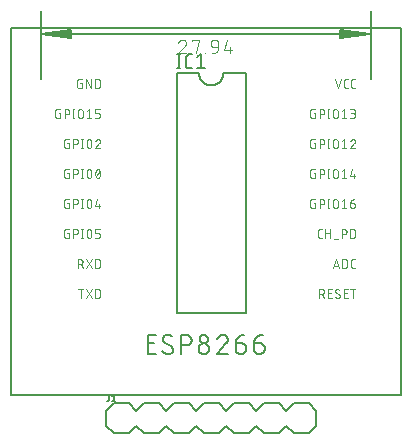
<source format=gbr>
G04 EAGLE Gerber X2 export*
%TF.Part,Single*%
%TF.FileFunction,Legend,Top,1*%
%TF.FilePolarity,Positive*%
%TF.GenerationSoftware,Autodesk,EAGLE,8.6.0*%
%TF.CreationDate,2018-02-23T21:09:10Z*%
G75*
%MOMM*%
%FSLAX34Y34*%
%LPD*%
%AMOC8*
5,1,8,0,0,1.08239X$1,22.5*%
G01*
%ADD10C,0.152400*%
%ADD11C,0.127000*%
%ADD12C,0.203200*%
%ADD13C,0.076200*%
%ADD14C,0.130000*%
%ADD15C,0.101600*%


D10*
X207010Y127000D02*
X207010Y330200D01*
X148590Y330200D02*
X148590Y127000D01*
X207010Y127000D01*
X207010Y330200D02*
X187960Y330200D01*
X167640Y330200D02*
X148590Y330200D01*
X167640Y330200D02*
X167643Y329953D01*
X167652Y329705D01*
X167667Y329458D01*
X167688Y329212D01*
X167715Y328966D01*
X167748Y328721D01*
X167787Y328476D01*
X167832Y328233D01*
X167883Y327991D01*
X167940Y327750D01*
X168002Y327511D01*
X168071Y327273D01*
X168145Y327037D01*
X168225Y326803D01*
X168310Y326571D01*
X168402Y326341D01*
X168498Y326113D01*
X168601Y325888D01*
X168708Y325665D01*
X168822Y325445D01*
X168940Y325228D01*
X169064Y325013D01*
X169193Y324802D01*
X169327Y324594D01*
X169466Y324389D01*
X169610Y324188D01*
X169758Y323990D01*
X169912Y323796D01*
X170070Y323606D01*
X170233Y323420D01*
X170400Y323238D01*
X170572Y323060D01*
X170748Y322886D01*
X170928Y322716D01*
X171113Y322551D01*
X171301Y322391D01*
X171493Y322235D01*
X171689Y322083D01*
X171888Y321937D01*
X172091Y321795D01*
X172298Y321659D01*
X172507Y321527D01*
X172720Y321401D01*
X172936Y321280D01*
X173154Y321164D01*
X173376Y321054D01*
X173600Y320949D01*
X173826Y320849D01*
X174055Y320755D01*
X174286Y320667D01*
X174520Y320584D01*
X174755Y320507D01*
X174992Y320436D01*
X175230Y320370D01*
X175470Y320311D01*
X175712Y320257D01*
X175955Y320209D01*
X176198Y320167D01*
X176443Y320131D01*
X176689Y320101D01*
X176935Y320077D01*
X177182Y320059D01*
X177429Y320047D01*
X177676Y320041D01*
X177924Y320041D01*
X178171Y320047D01*
X178418Y320059D01*
X178665Y320077D01*
X178911Y320101D01*
X179157Y320131D01*
X179402Y320167D01*
X179645Y320209D01*
X179888Y320257D01*
X180130Y320311D01*
X180370Y320370D01*
X180608Y320436D01*
X180845Y320507D01*
X181080Y320584D01*
X181314Y320667D01*
X181545Y320755D01*
X181774Y320849D01*
X182000Y320949D01*
X182224Y321054D01*
X182446Y321164D01*
X182664Y321280D01*
X182880Y321401D01*
X183093Y321527D01*
X183302Y321659D01*
X183509Y321795D01*
X183712Y321937D01*
X183911Y322083D01*
X184107Y322235D01*
X184299Y322391D01*
X184487Y322551D01*
X184672Y322716D01*
X184852Y322886D01*
X185028Y323060D01*
X185200Y323238D01*
X185367Y323420D01*
X185530Y323606D01*
X185688Y323796D01*
X185842Y323990D01*
X185990Y324188D01*
X186134Y324389D01*
X186273Y324594D01*
X186407Y324802D01*
X186536Y325013D01*
X186660Y325228D01*
X186778Y325445D01*
X186892Y325665D01*
X186999Y325888D01*
X187102Y326113D01*
X187198Y326341D01*
X187290Y326571D01*
X187375Y326803D01*
X187455Y327037D01*
X187529Y327273D01*
X187598Y327511D01*
X187660Y327750D01*
X187717Y327991D01*
X187768Y328233D01*
X187813Y328476D01*
X187852Y328721D01*
X187885Y328966D01*
X187912Y329212D01*
X187933Y329458D01*
X187948Y329705D01*
X187957Y329953D01*
X187960Y330200D01*
D11*
X150495Y334645D02*
X150495Y346075D01*
X149225Y334645D02*
X151765Y334645D01*
X151765Y346075D02*
X149225Y346075D01*
X158967Y334645D02*
X161507Y334645D01*
X158967Y334645D02*
X158867Y334647D01*
X158768Y334653D01*
X158668Y334663D01*
X158570Y334676D01*
X158471Y334694D01*
X158374Y334715D01*
X158278Y334740D01*
X158182Y334769D01*
X158088Y334802D01*
X157995Y334838D01*
X157904Y334878D01*
X157814Y334922D01*
X157726Y334969D01*
X157640Y335019D01*
X157556Y335073D01*
X157474Y335130D01*
X157395Y335190D01*
X157317Y335254D01*
X157243Y335320D01*
X157171Y335389D01*
X157102Y335461D01*
X157036Y335535D01*
X156972Y335613D01*
X156912Y335692D01*
X156855Y335774D01*
X156801Y335858D01*
X156751Y335944D01*
X156704Y336032D01*
X156660Y336122D01*
X156620Y336213D01*
X156584Y336306D01*
X156551Y336400D01*
X156522Y336496D01*
X156497Y336592D01*
X156476Y336689D01*
X156458Y336788D01*
X156445Y336886D01*
X156435Y336986D01*
X156429Y337085D01*
X156427Y337185D01*
X156427Y343535D01*
X156429Y343635D01*
X156435Y343734D01*
X156445Y343834D01*
X156458Y343932D01*
X156476Y344031D01*
X156497Y344128D01*
X156522Y344224D01*
X156551Y344320D01*
X156584Y344414D01*
X156620Y344507D01*
X156660Y344598D01*
X156704Y344688D01*
X156751Y344776D01*
X156801Y344862D01*
X156855Y344946D01*
X156912Y345028D01*
X156972Y345107D01*
X157036Y345185D01*
X157102Y345259D01*
X157171Y345331D01*
X157243Y345400D01*
X157317Y345466D01*
X157395Y345530D01*
X157474Y345590D01*
X157556Y345647D01*
X157640Y345701D01*
X157726Y345751D01*
X157814Y345798D01*
X157904Y345842D01*
X157995Y345882D01*
X158088Y345918D01*
X158182Y345951D01*
X158278Y345980D01*
X158374Y346005D01*
X158471Y346026D01*
X158570Y346044D01*
X158668Y346057D01*
X158768Y346067D01*
X158867Y346073D01*
X158967Y346075D01*
X161507Y346075D01*
X165989Y343535D02*
X169164Y346075D01*
X169164Y334645D01*
X165989Y334645D02*
X172339Y334645D01*
D12*
X247650Y50800D02*
X260350Y50800D01*
X266700Y44450D01*
X266700Y31750D02*
X260350Y25400D01*
X222250Y50800D02*
X215900Y44450D01*
X222250Y50800D02*
X234950Y50800D01*
X241300Y44450D01*
X241300Y31750D02*
X234950Y25400D01*
X222250Y25400D01*
X215900Y31750D01*
X241300Y44450D02*
X247650Y50800D01*
X241300Y31750D02*
X247650Y25400D01*
X260350Y25400D01*
X184150Y50800D02*
X171450Y50800D01*
X184150Y50800D02*
X190500Y44450D01*
X190500Y31750D02*
X184150Y25400D01*
X190500Y44450D02*
X196850Y50800D01*
X209550Y50800D01*
X215900Y44450D01*
X215900Y31750D02*
X209550Y25400D01*
X196850Y25400D01*
X190500Y31750D01*
X146050Y50800D02*
X139700Y44450D01*
X146050Y50800D02*
X158750Y50800D01*
X165100Y44450D01*
X165100Y31750D02*
X158750Y25400D01*
X146050Y25400D01*
X139700Y31750D01*
X165100Y44450D02*
X171450Y50800D01*
X165100Y31750D02*
X171450Y25400D01*
X184150Y25400D01*
X107950Y50800D02*
X95250Y50800D01*
X107950Y50800D02*
X114300Y44450D01*
X114300Y31750D02*
X107950Y25400D01*
X114300Y44450D02*
X120650Y50800D01*
X133350Y50800D01*
X139700Y44450D01*
X139700Y31750D02*
X133350Y25400D01*
X120650Y25400D01*
X114300Y31750D01*
X88900Y31750D02*
X88900Y44450D01*
X95250Y50800D01*
X88900Y31750D02*
X95250Y25400D01*
X107950Y25400D01*
X266700Y31750D02*
X266700Y44450D01*
D11*
X91144Y53777D02*
X91144Y57531D01*
X91143Y53777D02*
X91141Y53712D01*
X91135Y53648D01*
X91125Y53584D01*
X91112Y53520D01*
X91094Y53458D01*
X91073Y53397D01*
X91049Y53337D01*
X91020Y53279D01*
X90988Y53222D01*
X90953Y53168D01*
X90915Y53116D01*
X90873Y53066D01*
X90829Y53019D01*
X90782Y52975D01*
X90732Y52933D01*
X90680Y52895D01*
X90626Y52860D01*
X90569Y52828D01*
X90511Y52799D01*
X90451Y52775D01*
X90390Y52754D01*
X90328Y52736D01*
X90264Y52723D01*
X90200Y52713D01*
X90136Y52707D01*
X90071Y52705D01*
X89535Y52705D01*
X94092Y56459D02*
X95432Y57531D01*
X95432Y52705D01*
X94092Y52705D02*
X96773Y52705D01*
X338150Y57650D02*
X338150Y368450D01*
X7950Y368450D02*
X7950Y57650D01*
X338150Y57650D01*
X338150Y368450D02*
X7950Y368450D01*
D13*
X269293Y147269D02*
X269293Y139903D01*
X269293Y147269D02*
X271339Y147269D01*
X271428Y147267D01*
X271517Y147261D01*
X271606Y147251D01*
X271694Y147238D01*
X271782Y147221D01*
X271869Y147199D01*
X271954Y147174D01*
X272039Y147146D01*
X272122Y147113D01*
X272204Y147077D01*
X272284Y147038D01*
X272362Y146995D01*
X272438Y146949D01*
X272513Y146899D01*
X272585Y146846D01*
X272654Y146790D01*
X272721Y146731D01*
X272786Y146670D01*
X272847Y146605D01*
X272906Y146538D01*
X272962Y146469D01*
X273015Y146397D01*
X273065Y146322D01*
X273111Y146246D01*
X273154Y146168D01*
X273193Y146088D01*
X273229Y146006D01*
X273262Y145923D01*
X273290Y145838D01*
X273315Y145753D01*
X273337Y145666D01*
X273354Y145578D01*
X273367Y145490D01*
X273377Y145401D01*
X273383Y145312D01*
X273385Y145223D01*
X273383Y145134D01*
X273377Y145045D01*
X273367Y144956D01*
X273354Y144868D01*
X273337Y144780D01*
X273315Y144693D01*
X273290Y144608D01*
X273262Y144523D01*
X273229Y144440D01*
X273193Y144358D01*
X273154Y144278D01*
X273111Y144200D01*
X273065Y144124D01*
X273015Y144049D01*
X272962Y143977D01*
X272906Y143908D01*
X272847Y143841D01*
X272786Y143776D01*
X272721Y143715D01*
X272654Y143656D01*
X272585Y143600D01*
X272513Y143547D01*
X272438Y143497D01*
X272362Y143451D01*
X272284Y143408D01*
X272204Y143369D01*
X272122Y143333D01*
X272039Y143300D01*
X271954Y143272D01*
X271869Y143247D01*
X271782Y143225D01*
X271694Y143208D01*
X271606Y143195D01*
X271517Y143185D01*
X271428Y143179D01*
X271339Y143177D01*
X269293Y143177D01*
X271749Y143177D02*
X273386Y139903D01*
X276817Y139903D02*
X280091Y139903D01*
X276817Y139903D02*
X276817Y147269D01*
X280091Y147269D01*
X279272Y143995D02*
X276817Y143995D01*
X285109Y139903D02*
X285187Y139905D01*
X285265Y139910D01*
X285342Y139920D01*
X285419Y139933D01*
X285495Y139949D01*
X285570Y139969D01*
X285644Y139993D01*
X285717Y140020D01*
X285789Y140051D01*
X285859Y140085D01*
X285928Y140122D01*
X285994Y140163D01*
X286059Y140207D01*
X286121Y140253D01*
X286181Y140303D01*
X286239Y140355D01*
X286294Y140410D01*
X286346Y140468D01*
X286396Y140528D01*
X286442Y140590D01*
X286486Y140655D01*
X286527Y140722D01*
X286564Y140790D01*
X286598Y140860D01*
X286629Y140932D01*
X286656Y141005D01*
X286680Y141079D01*
X286700Y141154D01*
X286716Y141230D01*
X286729Y141307D01*
X286739Y141384D01*
X286744Y141462D01*
X286746Y141540D01*
X285109Y139903D02*
X284995Y139905D01*
X284882Y139910D01*
X284768Y139920D01*
X284655Y139933D01*
X284543Y139950D01*
X284431Y139970D01*
X284320Y139994D01*
X284209Y140022D01*
X284100Y140053D01*
X283992Y140088D01*
X283885Y140127D01*
X283779Y140169D01*
X283675Y140214D01*
X283572Y140263D01*
X283471Y140316D01*
X283372Y140371D01*
X283274Y140430D01*
X283179Y140492D01*
X283086Y140557D01*
X282994Y140625D01*
X282906Y140696D01*
X282819Y140770D01*
X282735Y140847D01*
X282654Y140926D01*
X282858Y145632D02*
X282860Y145710D01*
X282865Y145788D01*
X282875Y145865D01*
X282888Y145942D01*
X282904Y146018D01*
X282924Y146093D01*
X282948Y146167D01*
X282975Y146240D01*
X283006Y146312D01*
X283040Y146382D01*
X283077Y146451D01*
X283118Y146517D01*
X283162Y146582D01*
X283208Y146644D01*
X283258Y146704D01*
X283310Y146762D01*
X283365Y146817D01*
X283423Y146869D01*
X283483Y146919D01*
X283545Y146965D01*
X283610Y147009D01*
X283677Y147050D01*
X283745Y147087D01*
X283815Y147121D01*
X283887Y147152D01*
X283960Y147179D01*
X284034Y147203D01*
X284109Y147223D01*
X284185Y147239D01*
X284262Y147252D01*
X284339Y147262D01*
X284417Y147267D01*
X284495Y147269D01*
X284605Y147267D01*
X284714Y147261D01*
X284824Y147251D01*
X284932Y147238D01*
X285041Y147220D01*
X285148Y147199D01*
X285255Y147173D01*
X285361Y147144D01*
X285466Y147112D01*
X285569Y147075D01*
X285671Y147035D01*
X285772Y146991D01*
X285871Y146943D01*
X285968Y146893D01*
X286063Y146838D01*
X286156Y146780D01*
X286247Y146719D01*
X286336Y146655D01*
X283676Y144199D02*
X283609Y144241D01*
X283544Y144285D01*
X283482Y144333D01*
X283422Y144383D01*
X283364Y144436D01*
X283309Y144492D01*
X283257Y144551D01*
X283207Y144611D01*
X283160Y144675D01*
X283117Y144740D01*
X283076Y144807D01*
X283039Y144876D01*
X283005Y144947D01*
X282974Y145019D01*
X282947Y145093D01*
X282923Y145167D01*
X282903Y145243D01*
X282887Y145320D01*
X282874Y145397D01*
X282864Y145475D01*
X282859Y145554D01*
X282857Y145632D01*
X285927Y142972D02*
X285993Y142930D01*
X286058Y142886D01*
X286120Y142839D01*
X286180Y142788D01*
X286238Y142735D01*
X286293Y142679D01*
X286346Y142621D01*
X286395Y142560D01*
X286442Y142497D01*
X286485Y142432D01*
X286526Y142365D01*
X286563Y142296D01*
X286597Y142225D01*
X286628Y142153D01*
X286655Y142079D01*
X286679Y142004D01*
X286699Y141929D01*
X286715Y141852D01*
X286728Y141775D01*
X286738Y141697D01*
X286743Y141618D01*
X286745Y141540D01*
X285927Y142972D02*
X283676Y144200D01*
X289984Y139903D02*
X293258Y139903D01*
X289984Y139903D02*
X289984Y147269D01*
X293258Y147269D01*
X292440Y143995D02*
X289984Y143995D01*
X297623Y147269D02*
X297623Y139903D01*
X295577Y147269D02*
X299669Y147269D01*
X280891Y165303D02*
X283346Y172669D01*
X285802Y165303D01*
X285188Y167145D02*
X281505Y167145D01*
X288859Y165303D02*
X288859Y172669D01*
X290905Y172669D01*
X290994Y172667D01*
X291083Y172661D01*
X291172Y172651D01*
X291260Y172638D01*
X291348Y172621D01*
X291435Y172599D01*
X291520Y172574D01*
X291605Y172546D01*
X291688Y172513D01*
X291770Y172477D01*
X291850Y172438D01*
X291928Y172395D01*
X292004Y172349D01*
X292079Y172299D01*
X292151Y172246D01*
X292220Y172190D01*
X292287Y172131D01*
X292352Y172070D01*
X292413Y172005D01*
X292472Y171938D01*
X292528Y171869D01*
X292581Y171797D01*
X292631Y171722D01*
X292677Y171646D01*
X292720Y171568D01*
X292759Y171488D01*
X292795Y171406D01*
X292828Y171323D01*
X292856Y171238D01*
X292881Y171153D01*
X292903Y171066D01*
X292920Y170978D01*
X292933Y170890D01*
X292943Y170801D01*
X292949Y170712D01*
X292951Y170623D01*
X292952Y170623D02*
X292952Y167349D01*
X292951Y167349D02*
X292949Y167260D01*
X292943Y167171D01*
X292933Y167082D01*
X292920Y166994D01*
X292903Y166906D01*
X292881Y166819D01*
X292856Y166734D01*
X292828Y166649D01*
X292795Y166566D01*
X292759Y166484D01*
X292720Y166404D01*
X292677Y166326D01*
X292631Y166250D01*
X292581Y166175D01*
X292528Y166103D01*
X292472Y166034D01*
X292413Y165967D01*
X292352Y165902D01*
X292287Y165841D01*
X292220Y165782D01*
X292151Y165726D01*
X292079Y165673D01*
X292004Y165623D01*
X291928Y165577D01*
X291850Y165534D01*
X291770Y165495D01*
X291688Y165459D01*
X291605Y165426D01*
X291520Y165398D01*
X291435Y165373D01*
X291348Y165351D01*
X291260Y165334D01*
X291172Y165321D01*
X291083Y165311D01*
X290994Y165305D01*
X290905Y165303D01*
X288859Y165303D01*
X298032Y165303D02*
X299669Y165303D01*
X298032Y165303D02*
X297954Y165305D01*
X297876Y165310D01*
X297799Y165320D01*
X297722Y165333D01*
X297646Y165349D01*
X297571Y165369D01*
X297497Y165393D01*
X297424Y165420D01*
X297352Y165451D01*
X297282Y165485D01*
X297214Y165522D01*
X297147Y165563D01*
X297082Y165607D01*
X297020Y165653D01*
X296960Y165703D01*
X296902Y165755D01*
X296847Y165810D01*
X296795Y165868D01*
X296745Y165928D01*
X296699Y165990D01*
X296655Y166055D01*
X296614Y166122D01*
X296577Y166190D01*
X296543Y166260D01*
X296512Y166332D01*
X296485Y166405D01*
X296461Y166479D01*
X296441Y166554D01*
X296425Y166630D01*
X296412Y166707D01*
X296402Y166784D01*
X296397Y166862D01*
X296395Y166940D01*
X296395Y171032D01*
X296397Y171112D01*
X296403Y171192D01*
X296413Y171272D01*
X296426Y171351D01*
X296444Y171430D01*
X296465Y171507D01*
X296491Y171583D01*
X296520Y171658D01*
X296552Y171732D01*
X296588Y171804D01*
X296628Y171874D01*
X296671Y171941D01*
X296717Y172007D01*
X296767Y172070D01*
X296819Y172131D01*
X296874Y172190D01*
X296933Y172245D01*
X296993Y172297D01*
X297057Y172347D01*
X297123Y172393D01*
X297190Y172436D01*
X297260Y172476D01*
X297332Y172512D01*
X297406Y172544D01*
X297480Y172573D01*
X297557Y172599D01*
X297634Y172620D01*
X297713Y172638D01*
X297792Y172651D01*
X297872Y172661D01*
X297952Y172667D01*
X298032Y172669D01*
X299669Y172669D01*
X271518Y190703D02*
X269881Y190703D01*
X269803Y190705D01*
X269725Y190710D01*
X269648Y190720D01*
X269571Y190733D01*
X269495Y190749D01*
X269420Y190769D01*
X269346Y190793D01*
X269273Y190820D01*
X269201Y190851D01*
X269131Y190885D01*
X269063Y190922D01*
X268996Y190963D01*
X268931Y191007D01*
X268869Y191053D01*
X268809Y191103D01*
X268751Y191155D01*
X268696Y191210D01*
X268644Y191268D01*
X268594Y191328D01*
X268548Y191390D01*
X268504Y191455D01*
X268463Y191522D01*
X268426Y191590D01*
X268392Y191660D01*
X268361Y191732D01*
X268334Y191805D01*
X268310Y191879D01*
X268290Y191954D01*
X268274Y192030D01*
X268261Y192107D01*
X268251Y192184D01*
X268246Y192262D01*
X268244Y192340D01*
X268244Y196432D01*
X268246Y196512D01*
X268252Y196592D01*
X268262Y196672D01*
X268275Y196751D01*
X268293Y196830D01*
X268314Y196907D01*
X268340Y196983D01*
X268369Y197058D01*
X268401Y197132D01*
X268437Y197204D01*
X268477Y197274D01*
X268520Y197341D01*
X268566Y197407D01*
X268616Y197470D01*
X268668Y197531D01*
X268723Y197590D01*
X268782Y197645D01*
X268842Y197697D01*
X268906Y197747D01*
X268972Y197793D01*
X269039Y197836D01*
X269109Y197876D01*
X269181Y197912D01*
X269255Y197944D01*
X269329Y197973D01*
X269406Y197999D01*
X269483Y198020D01*
X269562Y198038D01*
X269641Y198051D01*
X269721Y198061D01*
X269801Y198067D01*
X269881Y198069D01*
X271518Y198069D01*
X274607Y198069D02*
X274607Y190703D01*
X274607Y194795D02*
X278699Y194795D01*
X278699Y198069D02*
X278699Y190703D01*
X281843Y189885D02*
X285117Y189885D01*
X288379Y190703D02*
X288379Y198069D01*
X290425Y198069D01*
X290514Y198067D01*
X290603Y198061D01*
X290692Y198051D01*
X290780Y198038D01*
X290868Y198021D01*
X290955Y197999D01*
X291040Y197974D01*
X291125Y197946D01*
X291208Y197913D01*
X291290Y197877D01*
X291370Y197838D01*
X291448Y197795D01*
X291524Y197749D01*
X291599Y197699D01*
X291671Y197646D01*
X291740Y197590D01*
X291807Y197531D01*
X291872Y197470D01*
X291933Y197405D01*
X291992Y197338D01*
X292048Y197269D01*
X292101Y197197D01*
X292151Y197122D01*
X292197Y197046D01*
X292240Y196968D01*
X292279Y196888D01*
X292315Y196806D01*
X292348Y196723D01*
X292376Y196638D01*
X292401Y196553D01*
X292423Y196466D01*
X292440Y196378D01*
X292453Y196290D01*
X292463Y196201D01*
X292469Y196112D01*
X292471Y196023D01*
X292469Y195934D01*
X292463Y195845D01*
X292453Y195756D01*
X292440Y195668D01*
X292423Y195580D01*
X292401Y195493D01*
X292376Y195408D01*
X292348Y195323D01*
X292315Y195240D01*
X292279Y195158D01*
X292240Y195078D01*
X292197Y195000D01*
X292151Y194924D01*
X292101Y194849D01*
X292048Y194777D01*
X291992Y194708D01*
X291933Y194641D01*
X291872Y194576D01*
X291807Y194515D01*
X291740Y194456D01*
X291671Y194400D01*
X291599Y194347D01*
X291524Y194297D01*
X291448Y194251D01*
X291370Y194208D01*
X291290Y194169D01*
X291208Y194133D01*
X291125Y194100D01*
X291040Y194072D01*
X290955Y194047D01*
X290868Y194025D01*
X290780Y194008D01*
X290692Y193995D01*
X290603Y193985D01*
X290514Y193979D01*
X290425Y193977D01*
X288379Y193977D01*
X295577Y190703D02*
X295577Y198069D01*
X297623Y198069D01*
X297712Y198067D01*
X297801Y198061D01*
X297890Y198051D01*
X297978Y198038D01*
X298066Y198021D01*
X298153Y197999D01*
X298238Y197974D01*
X298323Y197946D01*
X298406Y197913D01*
X298488Y197877D01*
X298568Y197838D01*
X298646Y197795D01*
X298722Y197749D01*
X298797Y197699D01*
X298869Y197646D01*
X298938Y197590D01*
X299005Y197531D01*
X299070Y197470D01*
X299131Y197405D01*
X299190Y197338D01*
X299246Y197269D01*
X299299Y197197D01*
X299349Y197122D01*
X299395Y197046D01*
X299438Y196968D01*
X299477Y196888D01*
X299513Y196806D01*
X299546Y196723D01*
X299574Y196638D01*
X299599Y196553D01*
X299621Y196466D01*
X299638Y196378D01*
X299651Y196290D01*
X299661Y196201D01*
X299667Y196112D01*
X299669Y196023D01*
X299669Y192749D01*
X299667Y192660D01*
X299661Y192571D01*
X299651Y192482D01*
X299638Y192394D01*
X299621Y192306D01*
X299599Y192219D01*
X299574Y192134D01*
X299546Y192049D01*
X299513Y191966D01*
X299477Y191884D01*
X299438Y191804D01*
X299395Y191726D01*
X299349Y191650D01*
X299299Y191575D01*
X299246Y191503D01*
X299190Y191434D01*
X299131Y191367D01*
X299070Y191302D01*
X299005Y191241D01*
X298938Y191182D01*
X298869Y191126D01*
X298797Y191073D01*
X298722Y191023D01*
X298646Y190977D01*
X298568Y190934D01*
X298488Y190895D01*
X298406Y190859D01*
X298323Y190826D01*
X298238Y190798D01*
X298153Y190773D01*
X298066Y190751D01*
X297978Y190734D01*
X297890Y190721D01*
X297801Y190711D01*
X297712Y190705D01*
X297623Y190703D01*
X295577Y190703D01*
X265775Y220195D02*
X264548Y220195D01*
X265775Y220195D02*
X265775Y216103D01*
X263320Y216103D01*
X263242Y216105D01*
X263164Y216110D01*
X263087Y216120D01*
X263010Y216133D01*
X262934Y216149D01*
X262859Y216169D01*
X262785Y216193D01*
X262712Y216220D01*
X262640Y216251D01*
X262570Y216285D01*
X262502Y216322D01*
X262435Y216363D01*
X262370Y216407D01*
X262308Y216453D01*
X262248Y216503D01*
X262190Y216555D01*
X262135Y216610D01*
X262083Y216668D01*
X262033Y216728D01*
X261987Y216790D01*
X261943Y216855D01*
X261902Y216922D01*
X261865Y216990D01*
X261831Y217060D01*
X261800Y217132D01*
X261773Y217205D01*
X261749Y217279D01*
X261729Y217354D01*
X261713Y217430D01*
X261700Y217507D01*
X261690Y217584D01*
X261685Y217662D01*
X261683Y217740D01*
X261683Y221832D01*
X261685Y221912D01*
X261691Y221992D01*
X261701Y222072D01*
X261714Y222151D01*
X261732Y222230D01*
X261753Y222307D01*
X261779Y222383D01*
X261808Y222458D01*
X261840Y222532D01*
X261876Y222604D01*
X261916Y222674D01*
X261959Y222741D01*
X262005Y222807D01*
X262055Y222870D01*
X262107Y222931D01*
X262162Y222990D01*
X262221Y223045D01*
X262281Y223097D01*
X262345Y223147D01*
X262411Y223193D01*
X262478Y223236D01*
X262548Y223276D01*
X262620Y223312D01*
X262694Y223344D01*
X262768Y223373D01*
X262845Y223399D01*
X262922Y223420D01*
X263001Y223438D01*
X263080Y223451D01*
X263160Y223461D01*
X263240Y223467D01*
X263320Y223469D01*
X265775Y223469D01*
X269604Y223469D02*
X269604Y216103D01*
X269604Y223469D02*
X271650Y223469D01*
X271739Y223467D01*
X271828Y223461D01*
X271917Y223451D01*
X272005Y223438D01*
X272093Y223421D01*
X272180Y223399D01*
X272265Y223374D01*
X272350Y223346D01*
X272433Y223313D01*
X272515Y223277D01*
X272595Y223238D01*
X272673Y223195D01*
X272749Y223149D01*
X272824Y223099D01*
X272896Y223046D01*
X272965Y222990D01*
X273032Y222931D01*
X273097Y222870D01*
X273158Y222805D01*
X273217Y222738D01*
X273273Y222669D01*
X273326Y222597D01*
X273376Y222522D01*
X273422Y222446D01*
X273465Y222368D01*
X273504Y222288D01*
X273540Y222206D01*
X273573Y222123D01*
X273601Y222038D01*
X273626Y221953D01*
X273648Y221866D01*
X273665Y221778D01*
X273678Y221690D01*
X273688Y221601D01*
X273694Y221512D01*
X273696Y221423D01*
X273694Y221334D01*
X273688Y221245D01*
X273678Y221156D01*
X273665Y221068D01*
X273648Y220980D01*
X273626Y220893D01*
X273601Y220808D01*
X273573Y220723D01*
X273540Y220640D01*
X273504Y220558D01*
X273465Y220478D01*
X273422Y220400D01*
X273376Y220324D01*
X273326Y220249D01*
X273273Y220177D01*
X273217Y220108D01*
X273158Y220041D01*
X273097Y219976D01*
X273032Y219915D01*
X272965Y219856D01*
X272896Y219800D01*
X272824Y219747D01*
X272749Y219697D01*
X272673Y219651D01*
X272595Y219608D01*
X272515Y219569D01*
X272433Y219533D01*
X272350Y219500D01*
X272265Y219472D01*
X272180Y219447D01*
X272093Y219425D01*
X272005Y219408D01*
X271917Y219395D01*
X271828Y219385D01*
X271739Y219379D01*
X271650Y219377D01*
X269604Y219377D01*
X277140Y216103D02*
X277140Y223469D01*
X276322Y216103D02*
X277959Y216103D01*
X277959Y223469D02*
X276322Y223469D01*
X280946Y221423D02*
X280946Y218149D01*
X280946Y221423D02*
X280948Y221512D01*
X280954Y221601D01*
X280964Y221690D01*
X280977Y221778D01*
X280994Y221866D01*
X281016Y221953D01*
X281041Y222038D01*
X281069Y222123D01*
X281102Y222206D01*
X281138Y222288D01*
X281177Y222368D01*
X281220Y222446D01*
X281266Y222522D01*
X281316Y222597D01*
X281369Y222669D01*
X281425Y222738D01*
X281484Y222805D01*
X281545Y222870D01*
X281610Y222931D01*
X281677Y222990D01*
X281746Y223046D01*
X281818Y223099D01*
X281893Y223149D01*
X281969Y223195D01*
X282047Y223238D01*
X282127Y223277D01*
X282209Y223313D01*
X282292Y223346D01*
X282377Y223374D01*
X282462Y223399D01*
X282549Y223421D01*
X282637Y223438D01*
X282725Y223451D01*
X282814Y223461D01*
X282903Y223467D01*
X282992Y223469D01*
X283081Y223467D01*
X283170Y223461D01*
X283259Y223451D01*
X283347Y223438D01*
X283435Y223421D01*
X283522Y223399D01*
X283607Y223374D01*
X283692Y223346D01*
X283775Y223313D01*
X283857Y223277D01*
X283937Y223238D01*
X284015Y223195D01*
X284091Y223149D01*
X284166Y223099D01*
X284238Y223046D01*
X284307Y222990D01*
X284374Y222931D01*
X284439Y222870D01*
X284500Y222805D01*
X284559Y222738D01*
X284615Y222669D01*
X284668Y222597D01*
X284718Y222522D01*
X284764Y222446D01*
X284807Y222368D01*
X284846Y222288D01*
X284882Y222206D01*
X284915Y222123D01*
X284943Y222038D01*
X284968Y221953D01*
X284990Y221866D01*
X285007Y221778D01*
X285020Y221690D01*
X285030Y221601D01*
X285036Y221512D01*
X285038Y221423D01*
X285039Y221423D02*
X285039Y218149D01*
X285038Y218149D02*
X285036Y218060D01*
X285030Y217971D01*
X285020Y217882D01*
X285007Y217794D01*
X284990Y217706D01*
X284968Y217619D01*
X284943Y217534D01*
X284915Y217449D01*
X284882Y217366D01*
X284846Y217284D01*
X284807Y217204D01*
X284764Y217126D01*
X284718Y217050D01*
X284668Y216975D01*
X284615Y216903D01*
X284559Y216834D01*
X284500Y216767D01*
X284439Y216702D01*
X284374Y216641D01*
X284307Y216582D01*
X284238Y216526D01*
X284166Y216473D01*
X284091Y216423D01*
X284015Y216377D01*
X283937Y216334D01*
X283857Y216295D01*
X283775Y216259D01*
X283692Y216226D01*
X283607Y216198D01*
X283522Y216173D01*
X283435Y216151D01*
X283347Y216134D01*
X283259Y216121D01*
X283170Y216111D01*
X283081Y216105D01*
X282992Y216103D01*
X282903Y216105D01*
X282814Y216111D01*
X282725Y216121D01*
X282637Y216134D01*
X282549Y216151D01*
X282462Y216173D01*
X282377Y216198D01*
X282292Y216226D01*
X282209Y216259D01*
X282127Y216295D01*
X282047Y216334D01*
X281969Y216377D01*
X281893Y216423D01*
X281818Y216473D01*
X281746Y216526D01*
X281677Y216582D01*
X281610Y216641D01*
X281545Y216702D01*
X281484Y216767D01*
X281425Y216834D01*
X281369Y216903D01*
X281316Y216975D01*
X281266Y217050D01*
X281220Y217126D01*
X281177Y217204D01*
X281138Y217284D01*
X281102Y217366D01*
X281069Y217449D01*
X281041Y217534D01*
X281016Y217619D01*
X280994Y217706D01*
X280977Y217794D01*
X280964Y217882D01*
X280954Y217971D01*
X280948Y218060D01*
X280946Y218149D01*
X288262Y221832D02*
X290308Y223469D01*
X290308Y216103D01*
X288262Y216103D02*
X292354Y216103D01*
X295577Y220195D02*
X298032Y220195D01*
X298110Y220193D01*
X298188Y220188D01*
X298265Y220178D01*
X298342Y220165D01*
X298418Y220149D01*
X298493Y220129D01*
X298567Y220105D01*
X298640Y220078D01*
X298712Y220047D01*
X298782Y220013D01*
X298851Y219976D01*
X298917Y219935D01*
X298982Y219891D01*
X299044Y219845D01*
X299104Y219795D01*
X299162Y219743D01*
X299217Y219688D01*
X299269Y219630D01*
X299319Y219570D01*
X299365Y219508D01*
X299409Y219443D01*
X299450Y219377D01*
X299487Y219308D01*
X299521Y219238D01*
X299552Y219166D01*
X299579Y219093D01*
X299603Y219019D01*
X299623Y218944D01*
X299639Y218868D01*
X299652Y218791D01*
X299662Y218714D01*
X299667Y218636D01*
X299669Y218558D01*
X299669Y218149D01*
X299667Y218060D01*
X299661Y217971D01*
X299651Y217882D01*
X299638Y217794D01*
X299621Y217706D01*
X299599Y217619D01*
X299574Y217534D01*
X299546Y217449D01*
X299513Y217366D01*
X299477Y217284D01*
X299438Y217204D01*
X299395Y217126D01*
X299349Y217050D01*
X299299Y216975D01*
X299246Y216903D01*
X299190Y216834D01*
X299131Y216767D01*
X299070Y216702D01*
X299005Y216641D01*
X298938Y216582D01*
X298869Y216526D01*
X298797Y216473D01*
X298722Y216423D01*
X298646Y216377D01*
X298568Y216334D01*
X298488Y216295D01*
X298406Y216259D01*
X298323Y216226D01*
X298238Y216198D01*
X298153Y216173D01*
X298066Y216151D01*
X297978Y216134D01*
X297890Y216121D01*
X297801Y216111D01*
X297712Y216105D01*
X297623Y216103D01*
X297534Y216105D01*
X297445Y216111D01*
X297356Y216121D01*
X297268Y216134D01*
X297180Y216151D01*
X297093Y216173D01*
X297008Y216198D01*
X296923Y216226D01*
X296840Y216259D01*
X296758Y216295D01*
X296678Y216334D01*
X296600Y216377D01*
X296524Y216423D01*
X296449Y216473D01*
X296377Y216526D01*
X296308Y216582D01*
X296241Y216641D01*
X296176Y216702D01*
X296115Y216767D01*
X296056Y216834D01*
X296000Y216903D01*
X295947Y216975D01*
X295897Y217050D01*
X295851Y217126D01*
X295808Y217204D01*
X295769Y217284D01*
X295733Y217366D01*
X295700Y217449D01*
X295672Y217534D01*
X295647Y217619D01*
X295625Y217706D01*
X295608Y217794D01*
X295595Y217882D01*
X295585Y217971D01*
X295579Y218060D01*
X295577Y218149D01*
X295577Y220195D01*
X295579Y220309D01*
X295585Y220423D01*
X295595Y220537D01*
X295609Y220651D01*
X295627Y220764D01*
X295649Y220876D01*
X295674Y220987D01*
X295704Y221097D01*
X295737Y221207D01*
X295774Y221315D01*
X295815Y221421D01*
X295860Y221527D01*
X295908Y221630D01*
X295960Y221732D01*
X296016Y221832D01*
X296074Y221930D01*
X296137Y222026D01*
X296202Y222119D01*
X296271Y222211D01*
X296343Y222299D01*
X296418Y222386D01*
X296496Y222469D01*
X296577Y222550D01*
X296660Y222628D01*
X296747Y222703D01*
X296835Y222775D01*
X296927Y222844D01*
X297020Y222909D01*
X297116Y222971D01*
X297214Y223030D01*
X297314Y223086D01*
X297416Y223138D01*
X297519Y223186D01*
X297625Y223231D01*
X297731Y223272D01*
X297839Y223309D01*
X297949Y223342D01*
X298059Y223372D01*
X298170Y223397D01*
X298282Y223419D01*
X298395Y223437D01*
X298509Y223451D01*
X298623Y223461D01*
X298737Y223467D01*
X298851Y223469D01*
X265775Y245595D02*
X264548Y245595D01*
X265775Y245595D02*
X265775Y241503D01*
X263320Y241503D01*
X263242Y241505D01*
X263164Y241510D01*
X263087Y241520D01*
X263010Y241533D01*
X262934Y241549D01*
X262859Y241569D01*
X262785Y241593D01*
X262712Y241620D01*
X262640Y241651D01*
X262570Y241685D01*
X262502Y241722D01*
X262435Y241763D01*
X262370Y241807D01*
X262308Y241853D01*
X262248Y241903D01*
X262190Y241955D01*
X262135Y242010D01*
X262083Y242068D01*
X262033Y242128D01*
X261987Y242190D01*
X261943Y242255D01*
X261902Y242322D01*
X261865Y242390D01*
X261831Y242460D01*
X261800Y242532D01*
X261773Y242605D01*
X261749Y242679D01*
X261729Y242754D01*
X261713Y242830D01*
X261700Y242907D01*
X261690Y242984D01*
X261685Y243062D01*
X261683Y243140D01*
X261683Y247232D01*
X261685Y247312D01*
X261691Y247392D01*
X261701Y247472D01*
X261714Y247551D01*
X261732Y247630D01*
X261753Y247707D01*
X261779Y247783D01*
X261808Y247858D01*
X261840Y247932D01*
X261876Y248004D01*
X261916Y248074D01*
X261959Y248141D01*
X262005Y248207D01*
X262055Y248270D01*
X262107Y248331D01*
X262162Y248390D01*
X262221Y248445D01*
X262281Y248497D01*
X262345Y248547D01*
X262411Y248593D01*
X262478Y248636D01*
X262548Y248676D01*
X262620Y248712D01*
X262694Y248744D01*
X262768Y248773D01*
X262845Y248799D01*
X262922Y248820D01*
X263001Y248838D01*
X263080Y248851D01*
X263160Y248861D01*
X263240Y248867D01*
X263320Y248869D01*
X265775Y248869D01*
X269604Y248869D02*
X269604Y241503D01*
X269604Y248869D02*
X271650Y248869D01*
X271739Y248867D01*
X271828Y248861D01*
X271917Y248851D01*
X272005Y248838D01*
X272093Y248821D01*
X272180Y248799D01*
X272265Y248774D01*
X272350Y248746D01*
X272433Y248713D01*
X272515Y248677D01*
X272595Y248638D01*
X272673Y248595D01*
X272749Y248549D01*
X272824Y248499D01*
X272896Y248446D01*
X272965Y248390D01*
X273032Y248331D01*
X273097Y248270D01*
X273158Y248205D01*
X273217Y248138D01*
X273273Y248069D01*
X273326Y247997D01*
X273376Y247922D01*
X273422Y247846D01*
X273465Y247768D01*
X273504Y247688D01*
X273540Y247606D01*
X273573Y247523D01*
X273601Y247438D01*
X273626Y247353D01*
X273648Y247266D01*
X273665Y247178D01*
X273678Y247090D01*
X273688Y247001D01*
X273694Y246912D01*
X273696Y246823D01*
X273694Y246734D01*
X273688Y246645D01*
X273678Y246556D01*
X273665Y246468D01*
X273648Y246380D01*
X273626Y246293D01*
X273601Y246208D01*
X273573Y246123D01*
X273540Y246040D01*
X273504Y245958D01*
X273465Y245878D01*
X273422Y245800D01*
X273376Y245724D01*
X273326Y245649D01*
X273273Y245577D01*
X273217Y245508D01*
X273158Y245441D01*
X273097Y245376D01*
X273032Y245315D01*
X272965Y245256D01*
X272896Y245200D01*
X272824Y245147D01*
X272749Y245097D01*
X272673Y245051D01*
X272595Y245008D01*
X272515Y244969D01*
X272433Y244933D01*
X272350Y244900D01*
X272265Y244872D01*
X272180Y244847D01*
X272093Y244825D01*
X272005Y244808D01*
X271917Y244795D01*
X271828Y244785D01*
X271739Y244779D01*
X271650Y244777D01*
X269604Y244777D01*
X277140Y241503D02*
X277140Y248869D01*
X276322Y241503D02*
X277959Y241503D01*
X277959Y248869D02*
X276322Y248869D01*
X280946Y246823D02*
X280946Y243549D01*
X280946Y246823D02*
X280948Y246912D01*
X280954Y247001D01*
X280964Y247090D01*
X280977Y247178D01*
X280994Y247266D01*
X281016Y247353D01*
X281041Y247438D01*
X281069Y247523D01*
X281102Y247606D01*
X281138Y247688D01*
X281177Y247768D01*
X281220Y247846D01*
X281266Y247922D01*
X281316Y247997D01*
X281369Y248069D01*
X281425Y248138D01*
X281484Y248205D01*
X281545Y248270D01*
X281610Y248331D01*
X281677Y248390D01*
X281746Y248446D01*
X281818Y248499D01*
X281893Y248549D01*
X281969Y248595D01*
X282047Y248638D01*
X282127Y248677D01*
X282209Y248713D01*
X282292Y248746D01*
X282377Y248774D01*
X282462Y248799D01*
X282549Y248821D01*
X282637Y248838D01*
X282725Y248851D01*
X282814Y248861D01*
X282903Y248867D01*
X282992Y248869D01*
X283081Y248867D01*
X283170Y248861D01*
X283259Y248851D01*
X283347Y248838D01*
X283435Y248821D01*
X283522Y248799D01*
X283607Y248774D01*
X283692Y248746D01*
X283775Y248713D01*
X283857Y248677D01*
X283937Y248638D01*
X284015Y248595D01*
X284091Y248549D01*
X284166Y248499D01*
X284238Y248446D01*
X284307Y248390D01*
X284374Y248331D01*
X284439Y248270D01*
X284500Y248205D01*
X284559Y248138D01*
X284615Y248069D01*
X284668Y247997D01*
X284718Y247922D01*
X284764Y247846D01*
X284807Y247768D01*
X284846Y247688D01*
X284882Y247606D01*
X284915Y247523D01*
X284943Y247438D01*
X284968Y247353D01*
X284990Y247266D01*
X285007Y247178D01*
X285020Y247090D01*
X285030Y247001D01*
X285036Y246912D01*
X285038Y246823D01*
X285039Y246823D02*
X285039Y243549D01*
X285038Y243549D02*
X285036Y243460D01*
X285030Y243371D01*
X285020Y243282D01*
X285007Y243194D01*
X284990Y243106D01*
X284968Y243019D01*
X284943Y242934D01*
X284915Y242849D01*
X284882Y242766D01*
X284846Y242684D01*
X284807Y242604D01*
X284764Y242526D01*
X284718Y242450D01*
X284668Y242375D01*
X284615Y242303D01*
X284559Y242234D01*
X284500Y242167D01*
X284439Y242102D01*
X284374Y242041D01*
X284307Y241982D01*
X284238Y241926D01*
X284166Y241873D01*
X284091Y241823D01*
X284015Y241777D01*
X283937Y241734D01*
X283857Y241695D01*
X283775Y241659D01*
X283692Y241626D01*
X283607Y241598D01*
X283522Y241573D01*
X283435Y241551D01*
X283347Y241534D01*
X283259Y241521D01*
X283170Y241511D01*
X283081Y241505D01*
X282992Y241503D01*
X282903Y241505D01*
X282814Y241511D01*
X282725Y241521D01*
X282637Y241534D01*
X282549Y241551D01*
X282462Y241573D01*
X282377Y241598D01*
X282292Y241626D01*
X282209Y241659D01*
X282127Y241695D01*
X282047Y241734D01*
X281969Y241777D01*
X281893Y241823D01*
X281818Y241873D01*
X281746Y241926D01*
X281677Y241982D01*
X281610Y242041D01*
X281545Y242102D01*
X281484Y242167D01*
X281425Y242234D01*
X281369Y242303D01*
X281316Y242375D01*
X281266Y242450D01*
X281220Y242526D01*
X281177Y242604D01*
X281138Y242684D01*
X281102Y242766D01*
X281069Y242849D01*
X281041Y242934D01*
X281016Y243019D01*
X280994Y243106D01*
X280977Y243194D01*
X280964Y243282D01*
X280954Y243371D01*
X280948Y243460D01*
X280946Y243549D01*
X288262Y247232D02*
X290308Y248869D01*
X290308Y241503D01*
X288262Y241503D02*
X292354Y241503D01*
X295577Y243140D02*
X297214Y248869D01*
X295577Y243140D02*
X299669Y243140D01*
X298441Y244777D02*
X298441Y241503D01*
X265775Y270995D02*
X264548Y270995D01*
X265775Y270995D02*
X265775Y266903D01*
X263320Y266903D01*
X263242Y266905D01*
X263164Y266910D01*
X263087Y266920D01*
X263010Y266933D01*
X262934Y266949D01*
X262859Y266969D01*
X262785Y266993D01*
X262712Y267020D01*
X262640Y267051D01*
X262570Y267085D01*
X262502Y267122D01*
X262435Y267163D01*
X262370Y267207D01*
X262308Y267253D01*
X262248Y267303D01*
X262190Y267355D01*
X262135Y267410D01*
X262083Y267468D01*
X262033Y267528D01*
X261987Y267590D01*
X261943Y267655D01*
X261902Y267722D01*
X261865Y267790D01*
X261831Y267860D01*
X261800Y267932D01*
X261773Y268005D01*
X261749Y268079D01*
X261729Y268154D01*
X261713Y268230D01*
X261700Y268307D01*
X261690Y268384D01*
X261685Y268462D01*
X261683Y268540D01*
X261683Y272632D01*
X261685Y272712D01*
X261691Y272792D01*
X261701Y272872D01*
X261714Y272951D01*
X261732Y273030D01*
X261753Y273107D01*
X261779Y273183D01*
X261808Y273258D01*
X261840Y273332D01*
X261876Y273404D01*
X261916Y273474D01*
X261959Y273541D01*
X262005Y273607D01*
X262055Y273670D01*
X262107Y273731D01*
X262162Y273790D01*
X262221Y273845D01*
X262281Y273897D01*
X262345Y273947D01*
X262411Y273993D01*
X262478Y274036D01*
X262548Y274076D01*
X262620Y274112D01*
X262694Y274144D01*
X262768Y274173D01*
X262845Y274199D01*
X262922Y274220D01*
X263001Y274238D01*
X263080Y274251D01*
X263160Y274261D01*
X263240Y274267D01*
X263320Y274269D01*
X265775Y274269D01*
X269604Y274269D02*
X269604Y266903D01*
X269604Y274269D02*
X271650Y274269D01*
X271739Y274267D01*
X271828Y274261D01*
X271917Y274251D01*
X272005Y274238D01*
X272093Y274221D01*
X272180Y274199D01*
X272265Y274174D01*
X272350Y274146D01*
X272433Y274113D01*
X272515Y274077D01*
X272595Y274038D01*
X272673Y273995D01*
X272749Y273949D01*
X272824Y273899D01*
X272896Y273846D01*
X272965Y273790D01*
X273032Y273731D01*
X273097Y273670D01*
X273158Y273605D01*
X273217Y273538D01*
X273273Y273469D01*
X273326Y273397D01*
X273376Y273322D01*
X273422Y273246D01*
X273465Y273168D01*
X273504Y273088D01*
X273540Y273006D01*
X273573Y272923D01*
X273601Y272838D01*
X273626Y272753D01*
X273648Y272666D01*
X273665Y272578D01*
X273678Y272490D01*
X273688Y272401D01*
X273694Y272312D01*
X273696Y272223D01*
X273694Y272134D01*
X273688Y272045D01*
X273678Y271956D01*
X273665Y271868D01*
X273648Y271780D01*
X273626Y271693D01*
X273601Y271608D01*
X273573Y271523D01*
X273540Y271440D01*
X273504Y271358D01*
X273465Y271278D01*
X273422Y271200D01*
X273376Y271124D01*
X273326Y271049D01*
X273273Y270977D01*
X273217Y270908D01*
X273158Y270841D01*
X273097Y270776D01*
X273032Y270715D01*
X272965Y270656D01*
X272896Y270600D01*
X272824Y270547D01*
X272749Y270497D01*
X272673Y270451D01*
X272595Y270408D01*
X272515Y270369D01*
X272433Y270333D01*
X272350Y270300D01*
X272265Y270272D01*
X272180Y270247D01*
X272093Y270225D01*
X272005Y270208D01*
X271917Y270195D01*
X271828Y270185D01*
X271739Y270179D01*
X271650Y270177D01*
X269604Y270177D01*
X277140Y266903D02*
X277140Y274269D01*
X276322Y266903D02*
X277959Y266903D01*
X277959Y274269D02*
X276322Y274269D01*
X280946Y272223D02*
X280946Y268949D01*
X280946Y272223D02*
X280948Y272312D01*
X280954Y272401D01*
X280964Y272490D01*
X280977Y272578D01*
X280994Y272666D01*
X281016Y272753D01*
X281041Y272838D01*
X281069Y272923D01*
X281102Y273006D01*
X281138Y273088D01*
X281177Y273168D01*
X281220Y273246D01*
X281266Y273322D01*
X281316Y273397D01*
X281369Y273469D01*
X281425Y273538D01*
X281484Y273605D01*
X281545Y273670D01*
X281610Y273731D01*
X281677Y273790D01*
X281746Y273846D01*
X281818Y273899D01*
X281893Y273949D01*
X281969Y273995D01*
X282047Y274038D01*
X282127Y274077D01*
X282209Y274113D01*
X282292Y274146D01*
X282377Y274174D01*
X282462Y274199D01*
X282549Y274221D01*
X282637Y274238D01*
X282725Y274251D01*
X282814Y274261D01*
X282903Y274267D01*
X282992Y274269D01*
X283081Y274267D01*
X283170Y274261D01*
X283259Y274251D01*
X283347Y274238D01*
X283435Y274221D01*
X283522Y274199D01*
X283607Y274174D01*
X283692Y274146D01*
X283775Y274113D01*
X283857Y274077D01*
X283937Y274038D01*
X284015Y273995D01*
X284091Y273949D01*
X284166Y273899D01*
X284238Y273846D01*
X284307Y273790D01*
X284374Y273731D01*
X284439Y273670D01*
X284500Y273605D01*
X284559Y273538D01*
X284615Y273469D01*
X284668Y273397D01*
X284718Y273322D01*
X284764Y273246D01*
X284807Y273168D01*
X284846Y273088D01*
X284882Y273006D01*
X284915Y272923D01*
X284943Y272838D01*
X284968Y272753D01*
X284990Y272666D01*
X285007Y272578D01*
X285020Y272490D01*
X285030Y272401D01*
X285036Y272312D01*
X285038Y272223D01*
X285039Y272223D02*
X285039Y268949D01*
X285038Y268949D02*
X285036Y268860D01*
X285030Y268771D01*
X285020Y268682D01*
X285007Y268594D01*
X284990Y268506D01*
X284968Y268419D01*
X284943Y268334D01*
X284915Y268249D01*
X284882Y268166D01*
X284846Y268084D01*
X284807Y268004D01*
X284764Y267926D01*
X284718Y267850D01*
X284668Y267775D01*
X284615Y267703D01*
X284559Y267634D01*
X284500Y267567D01*
X284439Y267502D01*
X284374Y267441D01*
X284307Y267382D01*
X284238Y267326D01*
X284166Y267273D01*
X284091Y267223D01*
X284015Y267177D01*
X283937Y267134D01*
X283857Y267095D01*
X283775Y267059D01*
X283692Y267026D01*
X283607Y266998D01*
X283522Y266973D01*
X283435Y266951D01*
X283347Y266934D01*
X283259Y266921D01*
X283170Y266911D01*
X283081Y266905D01*
X282992Y266903D01*
X282903Y266905D01*
X282814Y266911D01*
X282725Y266921D01*
X282637Y266934D01*
X282549Y266951D01*
X282462Y266973D01*
X282377Y266998D01*
X282292Y267026D01*
X282209Y267059D01*
X282127Y267095D01*
X282047Y267134D01*
X281969Y267177D01*
X281893Y267223D01*
X281818Y267273D01*
X281746Y267326D01*
X281677Y267382D01*
X281610Y267441D01*
X281545Y267502D01*
X281484Y267567D01*
X281425Y267634D01*
X281369Y267703D01*
X281316Y267775D01*
X281266Y267850D01*
X281220Y267926D01*
X281177Y268004D01*
X281138Y268084D01*
X281102Y268166D01*
X281069Y268249D01*
X281041Y268334D01*
X281016Y268419D01*
X280994Y268506D01*
X280977Y268594D01*
X280964Y268682D01*
X280954Y268771D01*
X280948Y268860D01*
X280946Y268949D01*
X288262Y272632D02*
X290308Y274269D01*
X290308Y266903D01*
X288262Y266903D02*
X292354Y266903D01*
X299670Y272428D02*
X299668Y272513D01*
X299662Y272598D01*
X299652Y272682D01*
X299639Y272766D01*
X299621Y272850D01*
X299600Y272932D01*
X299575Y273013D01*
X299546Y273093D01*
X299513Y273172D01*
X299477Y273249D01*
X299437Y273324D01*
X299394Y273398D01*
X299348Y273469D01*
X299298Y273538D01*
X299245Y273605D01*
X299189Y273669D01*
X299130Y273730D01*
X299069Y273789D01*
X299005Y273845D01*
X298938Y273898D01*
X298869Y273948D01*
X298798Y273994D01*
X298724Y274037D01*
X298649Y274077D01*
X298572Y274113D01*
X298493Y274146D01*
X298413Y274175D01*
X298332Y274200D01*
X298250Y274221D01*
X298166Y274239D01*
X298082Y274252D01*
X297998Y274262D01*
X297913Y274268D01*
X297828Y274270D01*
X297828Y274269D02*
X297732Y274267D01*
X297636Y274261D01*
X297541Y274251D01*
X297446Y274238D01*
X297351Y274220D01*
X297258Y274199D01*
X297165Y274174D01*
X297074Y274145D01*
X296983Y274113D01*
X296894Y274077D01*
X296807Y274037D01*
X296721Y273994D01*
X296637Y273948D01*
X296555Y273898D01*
X296475Y273844D01*
X296398Y273788D01*
X296323Y273728D01*
X296250Y273666D01*
X296180Y273600D01*
X296112Y273532D01*
X296047Y273461D01*
X295986Y273388D01*
X295927Y273312D01*
X295871Y273233D01*
X295819Y273153D01*
X295770Y273070D01*
X295724Y272986D01*
X295682Y272900D01*
X295644Y272812D01*
X295609Y272723D01*
X295577Y272632D01*
X299055Y270996D02*
X299115Y271055D01*
X299172Y271117D01*
X299227Y271181D01*
X299278Y271248D01*
X299327Y271317D01*
X299373Y271387D01*
X299416Y271460D01*
X299456Y271534D01*
X299492Y271610D01*
X299525Y271688D01*
X299555Y271767D01*
X299582Y271847D01*
X299605Y271928D01*
X299624Y272010D01*
X299640Y272092D01*
X299653Y272176D01*
X299662Y272260D01*
X299667Y272344D01*
X299669Y272428D01*
X299055Y270995D02*
X295577Y266903D01*
X299669Y266903D01*
X265775Y296395D02*
X264548Y296395D01*
X265775Y296395D02*
X265775Y292303D01*
X263320Y292303D01*
X263242Y292305D01*
X263164Y292310D01*
X263087Y292320D01*
X263010Y292333D01*
X262934Y292349D01*
X262859Y292369D01*
X262785Y292393D01*
X262712Y292420D01*
X262640Y292451D01*
X262570Y292485D01*
X262502Y292522D01*
X262435Y292563D01*
X262370Y292607D01*
X262308Y292653D01*
X262248Y292703D01*
X262190Y292755D01*
X262135Y292810D01*
X262083Y292868D01*
X262033Y292928D01*
X261987Y292990D01*
X261943Y293055D01*
X261902Y293122D01*
X261865Y293190D01*
X261831Y293260D01*
X261800Y293332D01*
X261773Y293405D01*
X261749Y293479D01*
X261729Y293554D01*
X261713Y293630D01*
X261700Y293707D01*
X261690Y293784D01*
X261685Y293862D01*
X261683Y293940D01*
X261683Y298032D01*
X261685Y298112D01*
X261691Y298192D01*
X261701Y298272D01*
X261714Y298351D01*
X261732Y298430D01*
X261753Y298507D01*
X261779Y298583D01*
X261808Y298658D01*
X261840Y298732D01*
X261876Y298804D01*
X261916Y298874D01*
X261959Y298941D01*
X262005Y299007D01*
X262055Y299070D01*
X262107Y299131D01*
X262162Y299190D01*
X262221Y299245D01*
X262281Y299297D01*
X262345Y299347D01*
X262411Y299393D01*
X262478Y299436D01*
X262548Y299476D01*
X262620Y299512D01*
X262694Y299544D01*
X262768Y299573D01*
X262845Y299599D01*
X262922Y299620D01*
X263001Y299638D01*
X263080Y299651D01*
X263160Y299661D01*
X263240Y299667D01*
X263320Y299669D01*
X265775Y299669D01*
X269604Y299669D02*
X269604Y292303D01*
X269604Y299669D02*
X271650Y299669D01*
X271739Y299667D01*
X271828Y299661D01*
X271917Y299651D01*
X272005Y299638D01*
X272093Y299621D01*
X272180Y299599D01*
X272265Y299574D01*
X272350Y299546D01*
X272433Y299513D01*
X272515Y299477D01*
X272595Y299438D01*
X272673Y299395D01*
X272749Y299349D01*
X272824Y299299D01*
X272896Y299246D01*
X272965Y299190D01*
X273032Y299131D01*
X273097Y299070D01*
X273158Y299005D01*
X273217Y298938D01*
X273273Y298869D01*
X273326Y298797D01*
X273376Y298722D01*
X273422Y298646D01*
X273465Y298568D01*
X273504Y298488D01*
X273540Y298406D01*
X273573Y298323D01*
X273601Y298238D01*
X273626Y298153D01*
X273648Y298066D01*
X273665Y297978D01*
X273678Y297890D01*
X273688Y297801D01*
X273694Y297712D01*
X273696Y297623D01*
X273694Y297534D01*
X273688Y297445D01*
X273678Y297356D01*
X273665Y297268D01*
X273648Y297180D01*
X273626Y297093D01*
X273601Y297008D01*
X273573Y296923D01*
X273540Y296840D01*
X273504Y296758D01*
X273465Y296678D01*
X273422Y296600D01*
X273376Y296524D01*
X273326Y296449D01*
X273273Y296377D01*
X273217Y296308D01*
X273158Y296241D01*
X273097Y296176D01*
X273032Y296115D01*
X272965Y296056D01*
X272896Y296000D01*
X272824Y295947D01*
X272749Y295897D01*
X272673Y295851D01*
X272595Y295808D01*
X272515Y295769D01*
X272433Y295733D01*
X272350Y295700D01*
X272265Y295672D01*
X272180Y295647D01*
X272093Y295625D01*
X272005Y295608D01*
X271917Y295595D01*
X271828Y295585D01*
X271739Y295579D01*
X271650Y295577D01*
X269604Y295577D01*
X277140Y292303D02*
X277140Y299669D01*
X276322Y292303D02*
X277959Y292303D01*
X277959Y299669D02*
X276322Y299669D01*
X280946Y297623D02*
X280946Y294349D01*
X280946Y297623D02*
X280948Y297712D01*
X280954Y297801D01*
X280964Y297890D01*
X280977Y297978D01*
X280994Y298066D01*
X281016Y298153D01*
X281041Y298238D01*
X281069Y298323D01*
X281102Y298406D01*
X281138Y298488D01*
X281177Y298568D01*
X281220Y298646D01*
X281266Y298722D01*
X281316Y298797D01*
X281369Y298869D01*
X281425Y298938D01*
X281484Y299005D01*
X281545Y299070D01*
X281610Y299131D01*
X281677Y299190D01*
X281746Y299246D01*
X281818Y299299D01*
X281893Y299349D01*
X281969Y299395D01*
X282047Y299438D01*
X282127Y299477D01*
X282209Y299513D01*
X282292Y299546D01*
X282377Y299574D01*
X282462Y299599D01*
X282549Y299621D01*
X282637Y299638D01*
X282725Y299651D01*
X282814Y299661D01*
X282903Y299667D01*
X282992Y299669D01*
X283081Y299667D01*
X283170Y299661D01*
X283259Y299651D01*
X283347Y299638D01*
X283435Y299621D01*
X283522Y299599D01*
X283607Y299574D01*
X283692Y299546D01*
X283775Y299513D01*
X283857Y299477D01*
X283937Y299438D01*
X284015Y299395D01*
X284091Y299349D01*
X284166Y299299D01*
X284238Y299246D01*
X284307Y299190D01*
X284374Y299131D01*
X284439Y299070D01*
X284500Y299005D01*
X284559Y298938D01*
X284615Y298869D01*
X284668Y298797D01*
X284718Y298722D01*
X284764Y298646D01*
X284807Y298568D01*
X284846Y298488D01*
X284882Y298406D01*
X284915Y298323D01*
X284943Y298238D01*
X284968Y298153D01*
X284990Y298066D01*
X285007Y297978D01*
X285020Y297890D01*
X285030Y297801D01*
X285036Y297712D01*
X285038Y297623D01*
X285039Y297623D02*
X285039Y294349D01*
X285038Y294349D02*
X285036Y294260D01*
X285030Y294171D01*
X285020Y294082D01*
X285007Y293994D01*
X284990Y293906D01*
X284968Y293819D01*
X284943Y293734D01*
X284915Y293649D01*
X284882Y293566D01*
X284846Y293484D01*
X284807Y293404D01*
X284764Y293326D01*
X284718Y293250D01*
X284668Y293175D01*
X284615Y293103D01*
X284559Y293034D01*
X284500Y292967D01*
X284439Y292902D01*
X284374Y292841D01*
X284307Y292782D01*
X284238Y292726D01*
X284166Y292673D01*
X284091Y292623D01*
X284015Y292577D01*
X283937Y292534D01*
X283857Y292495D01*
X283775Y292459D01*
X283692Y292426D01*
X283607Y292398D01*
X283522Y292373D01*
X283435Y292351D01*
X283347Y292334D01*
X283259Y292321D01*
X283170Y292311D01*
X283081Y292305D01*
X282992Y292303D01*
X282903Y292305D01*
X282814Y292311D01*
X282725Y292321D01*
X282637Y292334D01*
X282549Y292351D01*
X282462Y292373D01*
X282377Y292398D01*
X282292Y292426D01*
X282209Y292459D01*
X282127Y292495D01*
X282047Y292534D01*
X281969Y292577D01*
X281893Y292623D01*
X281818Y292673D01*
X281746Y292726D01*
X281677Y292782D01*
X281610Y292841D01*
X281545Y292902D01*
X281484Y292967D01*
X281425Y293034D01*
X281369Y293103D01*
X281316Y293175D01*
X281266Y293250D01*
X281220Y293326D01*
X281177Y293404D01*
X281138Y293484D01*
X281102Y293566D01*
X281069Y293649D01*
X281041Y293734D01*
X281016Y293819D01*
X280994Y293906D01*
X280977Y293994D01*
X280964Y294082D01*
X280954Y294171D01*
X280948Y294260D01*
X280946Y294349D01*
X288262Y298032D02*
X290308Y299669D01*
X290308Y292303D01*
X288262Y292303D02*
X292354Y292303D01*
X295577Y292303D02*
X297623Y292303D01*
X297712Y292305D01*
X297801Y292311D01*
X297890Y292321D01*
X297978Y292334D01*
X298066Y292351D01*
X298153Y292373D01*
X298238Y292398D01*
X298323Y292426D01*
X298406Y292459D01*
X298488Y292495D01*
X298568Y292534D01*
X298646Y292577D01*
X298722Y292623D01*
X298797Y292673D01*
X298869Y292726D01*
X298938Y292782D01*
X299005Y292841D01*
X299070Y292902D01*
X299131Y292967D01*
X299190Y293034D01*
X299246Y293103D01*
X299299Y293175D01*
X299349Y293250D01*
X299395Y293326D01*
X299438Y293404D01*
X299477Y293484D01*
X299513Y293566D01*
X299546Y293649D01*
X299574Y293734D01*
X299599Y293819D01*
X299621Y293906D01*
X299638Y293994D01*
X299651Y294082D01*
X299661Y294171D01*
X299667Y294260D01*
X299669Y294349D01*
X299667Y294438D01*
X299661Y294527D01*
X299651Y294616D01*
X299638Y294704D01*
X299621Y294792D01*
X299599Y294879D01*
X299574Y294964D01*
X299546Y295049D01*
X299513Y295132D01*
X299477Y295214D01*
X299438Y295294D01*
X299395Y295372D01*
X299349Y295448D01*
X299299Y295523D01*
X299246Y295595D01*
X299190Y295664D01*
X299131Y295731D01*
X299070Y295796D01*
X299005Y295857D01*
X298938Y295916D01*
X298869Y295972D01*
X298797Y296025D01*
X298722Y296075D01*
X298646Y296121D01*
X298568Y296164D01*
X298488Y296203D01*
X298406Y296239D01*
X298323Y296272D01*
X298238Y296300D01*
X298153Y296325D01*
X298066Y296347D01*
X297978Y296364D01*
X297890Y296377D01*
X297801Y296387D01*
X297712Y296393D01*
X297623Y296395D01*
X298032Y299669D02*
X295577Y299669D01*
X298032Y299669D02*
X298111Y299667D01*
X298190Y299661D01*
X298269Y299652D01*
X298347Y299639D01*
X298424Y299621D01*
X298500Y299601D01*
X298575Y299576D01*
X298649Y299548D01*
X298722Y299517D01*
X298793Y299481D01*
X298862Y299443D01*
X298929Y299401D01*
X298994Y299356D01*
X299057Y299308D01*
X299118Y299257D01*
X299175Y299203D01*
X299231Y299147D01*
X299283Y299088D01*
X299333Y299026D01*
X299379Y298962D01*
X299423Y298896D01*
X299463Y298828D01*
X299499Y298758D01*
X299533Y298686D01*
X299563Y298612D01*
X299589Y298538D01*
X299612Y298462D01*
X299630Y298385D01*
X299646Y298308D01*
X299657Y298229D01*
X299665Y298151D01*
X299669Y298072D01*
X299669Y297992D01*
X299665Y297913D01*
X299657Y297835D01*
X299646Y297756D01*
X299630Y297679D01*
X299612Y297602D01*
X299589Y297526D01*
X299563Y297452D01*
X299533Y297378D01*
X299499Y297306D01*
X299463Y297236D01*
X299423Y297168D01*
X299379Y297102D01*
X299333Y297038D01*
X299283Y296976D01*
X299231Y296917D01*
X299175Y296861D01*
X299118Y296807D01*
X299057Y296756D01*
X298994Y296708D01*
X298929Y296663D01*
X298862Y296621D01*
X298793Y296583D01*
X298722Y296547D01*
X298649Y296516D01*
X298575Y296488D01*
X298500Y296463D01*
X298424Y296443D01*
X298347Y296425D01*
X298269Y296412D01*
X298190Y296403D01*
X298111Y296397D01*
X298032Y296395D01*
X296395Y296395D01*
X285053Y317703D02*
X282598Y325069D01*
X287509Y325069D02*
X285053Y317703D01*
X291936Y317703D02*
X293573Y317703D01*
X291936Y317703D02*
X291858Y317705D01*
X291780Y317710D01*
X291703Y317720D01*
X291626Y317733D01*
X291550Y317749D01*
X291475Y317769D01*
X291401Y317793D01*
X291328Y317820D01*
X291256Y317851D01*
X291186Y317885D01*
X291118Y317922D01*
X291051Y317963D01*
X290986Y318007D01*
X290924Y318053D01*
X290864Y318103D01*
X290806Y318155D01*
X290751Y318210D01*
X290699Y318268D01*
X290649Y318328D01*
X290603Y318390D01*
X290559Y318455D01*
X290518Y318522D01*
X290481Y318590D01*
X290447Y318660D01*
X290416Y318732D01*
X290389Y318805D01*
X290365Y318879D01*
X290345Y318954D01*
X290329Y319030D01*
X290316Y319107D01*
X290306Y319184D01*
X290301Y319262D01*
X290299Y319340D01*
X290299Y323432D01*
X290301Y323512D01*
X290307Y323592D01*
X290317Y323672D01*
X290330Y323751D01*
X290348Y323830D01*
X290369Y323907D01*
X290395Y323983D01*
X290424Y324058D01*
X290456Y324132D01*
X290492Y324204D01*
X290532Y324274D01*
X290575Y324341D01*
X290621Y324407D01*
X290671Y324470D01*
X290723Y324531D01*
X290778Y324590D01*
X290837Y324645D01*
X290897Y324697D01*
X290961Y324747D01*
X291027Y324793D01*
X291094Y324836D01*
X291164Y324876D01*
X291236Y324912D01*
X291310Y324944D01*
X291384Y324973D01*
X291461Y324999D01*
X291538Y325020D01*
X291617Y325038D01*
X291696Y325051D01*
X291776Y325061D01*
X291856Y325067D01*
X291936Y325069D01*
X293573Y325069D01*
X298032Y317703D02*
X299669Y317703D01*
X298032Y317703D02*
X297954Y317705D01*
X297876Y317710D01*
X297799Y317720D01*
X297722Y317733D01*
X297646Y317749D01*
X297571Y317769D01*
X297497Y317793D01*
X297424Y317820D01*
X297352Y317851D01*
X297282Y317885D01*
X297214Y317922D01*
X297147Y317963D01*
X297082Y318007D01*
X297020Y318053D01*
X296960Y318103D01*
X296902Y318155D01*
X296847Y318210D01*
X296795Y318268D01*
X296745Y318328D01*
X296699Y318390D01*
X296655Y318455D01*
X296614Y318522D01*
X296577Y318590D01*
X296543Y318660D01*
X296512Y318732D01*
X296485Y318805D01*
X296461Y318879D01*
X296441Y318954D01*
X296425Y319030D01*
X296412Y319107D01*
X296402Y319184D01*
X296397Y319262D01*
X296395Y319340D01*
X296395Y323432D01*
X296397Y323512D01*
X296403Y323592D01*
X296413Y323672D01*
X296426Y323751D01*
X296444Y323830D01*
X296465Y323907D01*
X296491Y323983D01*
X296520Y324058D01*
X296552Y324132D01*
X296588Y324204D01*
X296628Y324274D01*
X296671Y324341D01*
X296717Y324407D01*
X296767Y324470D01*
X296819Y324531D01*
X296874Y324590D01*
X296933Y324645D01*
X296993Y324697D01*
X297057Y324747D01*
X297123Y324793D01*
X297190Y324836D01*
X297260Y324876D01*
X297332Y324912D01*
X297406Y324944D01*
X297480Y324973D01*
X297557Y324999D01*
X297634Y325020D01*
X297713Y325038D01*
X297792Y325051D01*
X297872Y325061D01*
X297952Y325067D01*
X298032Y325069D01*
X299669Y325069D01*
X68163Y321795D02*
X66936Y321795D01*
X68163Y321795D02*
X68163Y317703D01*
X65708Y317703D01*
X65630Y317705D01*
X65552Y317710D01*
X65475Y317720D01*
X65398Y317733D01*
X65322Y317749D01*
X65247Y317769D01*
X65173Y317793D01*
X65100Y317820D01*
X65028Y317851D01*
X64958Y317885D01*
X64890Y317922D01*
X64823Y317963D01*
X64758Y318007D01*
X64696Y318053D01*
X64636Y318103D01*
X64578Y318155D01*
X64523Y318210D01*
X64471Y318268D01*
X64421Y318328D01*
X64375Y318390D01*
X64331Y318455D01*
X64290Y318522D01*
X64253Y318590D01*
X64219Y318660D01*
X64188Y318732D01*
X64161Y318805D01*
X64137Y318879D01*
X64117Y318954D01*
X64101Y319030D01*
X64088Y319107D01*
X64078Y319184D01*
X64073Y319262D01*
X64071Y319340D01*
X64071Y323432D01*
X64073Y323510D01*
X64078Y323588D01*
X64088Y323665D01*
X64101Y323742D01*
X64117Y323818D01*
X64137Y323893D01*
X64161Y323967D01*
X64188Y324040D01*
X64219Y324112D01*
X64253Y324182D01*
X64290Y324251D01*
X64331Y324317D01*
X64375Y324382D01*
X64421Y324444D01*
X64471Y324504D01*
X64523Y324562D01*
X64578Y324617D01*
X64636Y324669D01*
X64696Y324719D01*
X64758Y324765D01*
X64823Y324809D01*
X64890Y324850D01*
X64958Y324887D01*
X65028Y324921D01*
X65100Y324952D01*
X65173Y324979D01*
X65247Y325003D01*
X65322Y325023D01*
X65398Y325039D01*
X65475Y325052D01*
X65552Y325062D01*
X65630Y325067D01*
X65708Y325069D01*
X68163Y325069D01*
X71874Y325069D02*
X71874Y317703D01*
X75966Y317703D02*
X71874Y325069D01*
X75966Y325069D02*
X75966Y317703D01*
X79677Y317703D02*
X79677Y325069D01*
X81723Y325069D01*
X81812Y325067D01*
X81901Y325061D01*
X81990Y325051D01*
X82078Y325038D01*
X82166Y325021D01*
X82253Y324999D01*
X82338Y324974D01*
X82423Y324946D01*
X82506Y324913D01*
X82588Y324877D01*
X82668Y324838D01*
X82746Y324795D01*
X82822Y324749D01*
X82897Y324699D01*
X82969Y324646D01*
X83038Y324590D01*
X83105Y324531D01*
X83170Y324470D01*
X83231Y324405D01*
X83290Y324338D01*
X83346Y324269D01*
X83399Y324197D01*
X83449Y324122D01*
X83495Y324046D01*
X83538Y323968D01*
X83577Y323888D01*
X83613Y323806D01*
X83646Y323723D01*
X83674Y323638D01*
X83699Y323553D01*
X83721Y323466D01*
X83738Y323378D01*
X83751Y323290D01*
X83761Y323201D01*
X83767Y323112D01*
X83769Y323023D01*
X83769Y319749D01*
X83767Y319660D01*
X83761Y319571D01*
X83751Y319482D01*
X83738Y319394D01*
X83721Y319306D01*
X83699Y319219D01*
X83674Y319134D01*
X83646Y319049D01*
X83613Y318966D01*
X83577Y318884D01*
X83538Y318804D01*
X83495Y318726D01*
X83449Y318650D01*
X83399Y318575D01*
X83346Y318503D01*
X83290Y318434D01*
X83231Y318367D01*
X83170Y318302D01*
X83105Y318241D01*
X83038Y318182D01*
X82969Y318126D01*
X82897Y318073D01*
X82822Y318023D01*
X82746Y317977D01*
X82668Y317934D01*
X82588Y317895D01*
X82506Y317859D01*
X82423Y317826D01*
X82338Y317798D01*
X82253Y317773D01*
X82166Y317751D01*
X82078Y317734D01*
X81990Y317721D01*
X81901Y317711D01*
X81812Y317705D01*
X81723Y317703D01*
X79677Y317703D01*
X49875Y296395D02*
X48648Y296395D01*
X49875Y296395D02*
X49875Y292303D01*
X47420Y292303D01*
X47342Y292305D01*
X47264Y292310D01*
X47187Y292320D01*
X47110Y292333D01*
X47034Y292349D01*
X46959Y292369D01*
X46885Y292393D01*
X46812Y292420D01*
X46740Y292451D01*
X46670Y292485D01*
X46602Y292522D01*
X46535Y292563D01*
X46470Y292607D01*
X46408Y292653D01*
X46348Y292703D01*
X46290Y292755D01*
X46235Y292810D01*
X46183Y292868D01*
X46133Y292928D01*
X46087Y292990D01*
X46043Y293055D01*
X46002Y293122D01*
X45965Y293190D01*
X45931Y293260D01*
X45900Y293332D01*
X45873Y293405D01*
X45849Y293479D01*
X45829Y293554D01*
X45813Y293630D01*
X45800Y293707D01*
X45790Y293784D01*
X45785Y293862D01*
X45783Y293940D01*
X45783Y298032D01*
X45785Y298112D01*
X45791Y298192D01*
X45801Y298272D01*
X45814Y298351D01*
X45832Y298430D01*
X45853Y298507D01*
X45879Y298583D01*
X45908Y298658D01*
X45940Y298732D01*
X45976Y298804D01*
X46016Y298874D01*
X46059Y298941D01*
X46105Y299007D01*
X46155Y299070D01*
X46207Y299131D01*
X46262Y299190D01*
X46321Y299245D01*
X46381Y299297D01*
X46445Y299347D01*
X46511Y299393D01*
X46578Y299436D01*
X46648Y299476D01*
X46720Y299512D01*
X46794Y299544D01*
X46868Y299573D01*
X46945Y299599D01*
X47022Y299620D01*
X47101Y299638D01*
X47180Y299651D01*
X47260Y299661D01*
X47340Y299667D01*
X47420Y299669D01*
X49875Y299669D01*
X53704Y299669D02*
X53704Y292303D01*
X53704Y299669D02*
X55750Y299669D01*
X55839Y299667D01*
X55928Y299661D01*
X56017Y299651D01*
X56105Y299638D01*
X56193Y299621D01*
X56280Y299599D01*
X56365Y299574D01*
X56450Y299546D01*
X56533Y299513D01*
X56615Y299477D01*
X56695Y299438D01*
X56773Y299395D01*
X56849Y299349D01*
X56924Y299299D01*
X56996Y299246D01*
X57065Y299190D01*
X57132Y299131D01*
X57197Y299070D01*
X57258Y299005D01*
X57317Y298938D01*
X57373Y298869D01*
X57426Y298797D01*
X57476Y298722D01*
X57522Y298646D01*
X57565Y298568D01*
X57604Y298488D01*
X57640Y298406D01*
X57673Y298323D01*
X57701Y298238D01*
X57726Y298153D01*
X57748Y298066D01*
X57765Y297978D01*
X57778Y297890D01*
X57788Y297801D01*
X57794Y297712D01*
X57796Y297623D01*
X57794Y297534D01*
X57788Y297445D01*
X57778Y297356D01*
X57765Y297268D01*
X57748Y297180D01*
X57726Y297093D01*
X57701Y297008D01*
X57673Y296923D01*
X57640Y296840D01*
X57604Y296758D01*
X57565Y296678D01*
X57522Y296600D01*
X57476Y296524D01*
X57426Y296449D01*
X57373Y296377D01*
X57317Y296308D01*
X57258Y296241D01*
X57197Y296176D01*
X57132Y296115D01*
X57065Y296056D01*
X56996Y296000D01*
X56924Y295947D01*
X56849Y295897D01*
X56773Y295851D01*
X56695Y295808D01*
X56615Y295769D01*
X56533Y295733D01*
X56450Y295700D01*
X56365Y295672D01*
X56280Y295647D01*
X56193Y295625D01*
X56105Y295608D01*
X56017Y295595D01*
X55928Y295585D01*
X55839Y295579D01*
X55750Y295577D01*
X53704Y295577D01*
X61240Y292303D02*
X61240Y299669D01*
X60422Y292303D02*
X62059Y292303D01*
X62059Y299669D02*
X60422Y299669D01*
X65046Y297623D02*
X65046Y294349D01*
X65046Y297623D02*
X65048Y297712D01*
X65054Y297801D01*
X65064Y297890D01*
X65077Y297978D01*
X65094Y298066D01*
X65116Y298153D01*
X65141Y298238D01*
X65169Y298323D01*
X65202Y298406D01*
X65238Y298488D01*
X65277Y298568D01*
X65320Y298646D01*
X65366Y298722D01*
X65416Y298797D01*
X65469Y298869D01*
X65525Y298938D01*
X65584Y299005D01*
X65645Y299070D01*
X65710Y299131D01*
X65777Y299190D01*
X65846Y299246D01*
X65918Y299299D01*
X65993Y299349D01*
X66069Y299395D01*
X66147Y299438D01*
X66227Y299477D01*
X66309Y299513D01*
X66392Y299546D01*
X66477Y299574D01*
X66562Y299599D01*
X66649Y299621D01*
X66737Y299638D01*
X66825Y299651D01*
X66914Y299661D01*
X67003Y299667D01*
X67092Y299669D01*
X67181Y299667D01*
X67270Y299661D01*
X67359Y299651D01*
X67447Y299638D01*
X67535Y299621D01*
X67622Y299599D01*
X67707Y299574D01*
X67792Y299546D01*
X67875Y299513D01*
X67957Y299477D01*
X68037Y299438D01*
X68115Y299395D01*
X68191Y299349D01*
X68266Y299299D01*
X68338Y299246D01*
X68407Y299190D01*
X68474Y299131D01*
X68539Y299070D01*
X68600Y299005D01*
X68659Y298938D01*
X68715Y298869D01*
X68768Y298797D01*
X68818Y298722D01*
X68864Y298646D01*
X68907Y298568D01*
X68946Y298488D01*
X68982Y298406D01*
X69015Y298323D01*
X69043Y298238D01*
X69068Y298153D01*
X69090Y298066D01*
X69107Y297978D01*
X69120Y297890D01*
X69130Y297801D01*
X69136Y297712D01*
X69138Y297623D01*
X69139Y297623D02*
X69139Y294349D01*
X69138Y294349D02*
X69136Y294260D01*
X69130Y294171D01*
X69120Y294082D01*
X69107Y293994D01*
X69090Y293906D01*
X69068Y293819D01*
X69043Y293734D01*
X69015Y293649D01*
X68982Y293566D01*
X68946Y293484D01*
X68907Y293404D01*
X68864Y293326D01*
X68818Y293250D01*
X68768Y293175D01*
X68715Y293103D01*
X68659Y293034D01*
X68600Y292967D01*
X68539Y292902D01*
X68474Y292841D01*
X68407Y292782D01*
X68338Y292726D01*
X68266Y292673D01*
X68191Y292623D01*
X68115Y292577D01*
X68037Y292534D01*
X67957Y292495D01*
X67875Y292459D01*
X67792Y292426D01*
X67707Y292398D01*
X67622Y292373D01*
X67535Y292351D01*
X67447Y292334D01*
X67359Y292321D01*
X67270Y292311D01*
X67181Y292305D01*
X67092Y292303D01*
X67003Y292305D01*
X66914Y292311D01*
X66825Y292321D01*
X66737Y292334D01*
X66649Y292351D01*
X66562Y292373D01*
X66477Y292398D01*
X66392Y292426D01*
X66309Y292459D01*
X66227Y292495D01*
X66147Y292534D01*
X66069Y292577D01*
X65993Y292623D01*
X65918Y292673D01*
X65846Y292726D01*
X65777Y292782D01*
X65710Y292841D01*
X65645Y292902D01*
X65584Y292967D01*
X65525Y293034D01*
X65469Y293103D01*
X65416Y293175D01*
X65366Y293250D01*
X65320Y293326D01*
X65277Y293404D01*
X65238Y293484D01*
X65202Y293566D01*
X65169Y293649D01*
X65141Y293734D01*
X65116Y293819D01*
X65094Y293906D01*
X65077Y293994D01*
X65064Y294082D01*
X65054Y294171D01*
X65048Y294260D01*
X65046Y294349D01*
X72362Y298032D02*
X74408Y299669D01*
X74408Y292303D01*
X72362Y292303D02*
X76454Y292303D01*
X79677Y292303D02*
X82132Y292303D01*
X82210Y292305D01*
X82288Y292310D01*
X82365Y292320D01*
X82442Y292333D01*
X82518Y292349D01*
X82593Y292369D01*
X82667Y292393D01*
X82740Y292420D01*
X82812Y292451D01*
X82882Y292485D01*
X82951Y292522D01*
X83017Y292563D01*
X83082Y292607D01*
X83144Y292653D01*
X83204Y292703D01*
X83262Y292755D01*
X83317Y292810D01*
X83369Y292868D01*
X83419Y292928D01*
X83465Y292990D01*
X83509Y293055D01*
X83550Y293122D01*
X83587Y293190D01*
X83621Y293260D01*
X83652Y293332D01*
X83679Y293405D01*
X83703Y293479D01*
X83723Y293554D01*
X83739Y293630D01*
X83752Y293707D01*
X83762Y293784D01*
X83767Y293862D01*
X83769Y293940D01*
X83769Y294758D01*
X83767Y294836D01*
X83762Y294914D01*
X83752Y294991D01*
X83739Y295068D01*
X83723Y295144D01*
X83703Y295219D01*
X83679Y295293D01*
X83652Y295366D01*
X83621Y295438D01*
X83587Y295508D01*
X83550Y295577D01*
X83509Y295643D01*
X83465Y295708D01*
X83419Y295770D01*
X83369Y295830D01*
X83317Y295888D01*
X83262Y295943D01*
X83204Y295995D01*
X83144Y296045D01*
X83082Y296091D01*
X83017Y296135D01*
X82951Y296176D01*
X82882Y296213D01*
X82812Y296247D01*
X82740Y296278D01*
X82667Y296305D01*
X82593Y296329D01*
X82518Y296349D01*
X82442Y296365D01*
X82365Y296378D01*
X82288Y296388D01*
X82210Y296393D01*
X82132Y296395D01*
X79677Y296395D01*
X79677Y299669D01*
X83769Y299669D01*
X57190Y270995D02*
X55963Y270995D01*
X57190Y270995D02*
X57190Y266903D01*
X54735Y266903D01*
X54657Y266905D01*
X54579Y266910D01*
X54502Y266920D01*
X54425Y266933D01*
X54349Y266949D01*
X54274Y266969D01*
X54200Y266993D01*
X54127Y267020D01*
X54055Y267051D01*
X53985Y267085D01*
X53917Y267122D01*
X53850Y267163D01*
X53785Y267207D01*
X53723Y267253D01*
X53663Y267303D01*
X53605Y267355D01*
X53550Y267410D01*
X53498Y267468D01*
X53448Y267528D01*
X53402Y267590D01*
X53358Y267655D01*
X53317Y267722D01*
X53280Y267790D01*
X53246Y267860D01*
X53215Y267932D01*
X53188Y268005D01*
X53164Y268079D01*
X53144Y268154D01*
X53128Y268230D01*
X53115Y268307D01*
X53105Y268384D01*
X53100Y268462D01*
X53098Y268540D01*
X53098Y272632D01*
X53100Y272712D01*
X53106Y272792D01*
X53116Y272872D01*
X53129Y272951D01*
X53147Y273030D01*
X53168Y273107D01*
X53194Y273183D01*
X53223Y273258D01*
X53255Y273332D01*
X53291Y273404D01*
X53331Y273474D01*
X53374Y273541D01*
X53420Y273607D01*
X53470Y273670D01*
X53522Y273731D01*
X53577Y273790D01*
X53636Y273845D01*
X53696Y273897D01*
X53760Y273947D01*
X53826Y273993D01*
X53893Y274036D01*
X53963Y274076D01*
X54035Y274112D01*
X54109Y274144D01*
X54183Y274173D01*
X54260Y274199D01*
X54337Y274220D01*
X54416Y274238D01*
X54495Y274251D01*
X54575Y274261D01*
X54655Y274267D01*
X54735Y274269D01*
X57190Y274269D01*
X61019Y274269D02*
X61019Y266903D01*
X61019Y274269D02*
X63065Y274269D01*
X63154Y274267D01*
X63243Y274261D01*
X63332Y274251D01*
X63420Y274238D01*
X63508Y274221D01*
X63595Y274199D01*
X63680Y274174D01*
X63765Y274146D01*
X63848Y274113D01*
X63930Y274077D01*
X64010Y274038D01*
X64088Y273995D01*
X64164Y273949D01*
X64239Y273899D01*
X64311Y273846D01*
X64380Y273790D01*
X64447Y273731D01*
X64512Y273670D01*
X64573Y273605D01*
X64632Y273538D01*
X64688Y273469D01*
X64741Y273397D01*
X64791Y273322D01*
X64837Y273246D01*
X64880Y273168D01*
X64919Y273088D01*
X64955Y273006D01*
X64988Y272923D01*
X65016Y272838D01*
X65041Y272753D01*
X65063Y272666D01*
X65080Y272578D01*
X65093Y272490D01*
X65103Y272401D01*
X65109Y272312D01*
X65111Y272223D01*
X65109Y272134D01*
X65103Y272045D01*
X65093Y271956D01*
X65080Y271868D01*
X65063Y271780D01*
X65041Y271693D01*
X65016Y271608D01*
X64988Y271523D01*
X64955Y271440D01*
X64919Y271358D01*
X64880Y271278D01*
X64837Y271200D01*
X64791Y271124D01*
X64741Y271049D01*
X64688Y270977D01*
X64632Y270908D01*
X64573Y270841D01*
X64512Y270776D01*
X64447Y270715D01*
X64380Y270656D01*
X64311Y270600D01*
X64239Y270547D01*
X64164Y270497D01*
X64088Y270451D01*
X64010Y270408D01*
X63930Y270369D01*
X63848Y270333D01*
X63765Y270300D01*
X63680Y270272D01*
X63595Y270247D01*
X63508Y270225D01*
X63420Y270208D01*
X63332Y270195D01*
X63243Y270185D01*
X63154Y270179D01*
X63065Y270177D01*
X61019Y270177D01*
X68556Y266903D02*
X68556Y274269D01*
X67737Y266903D02*
X69374Y266903D01*
X69374Y274269D02*
X67737Y274269D01*
X72362Y272223D02*
X72362Y268949D01*
X72362Y272223D02*
X72364Y272312D01*
X72370Y272401D01*
X72380Y272490D01*
X72393Y272578D01*
X72410Y272666D01*
X72432Y272753D01*
X72457Y272838D01*
X72485Y272923D01*
X72518Y273006D01*
X72554Y273088D01*
X72593Y273168D01*
X72636Y273246D01*
X72682Y273322D01*
X72732Y273397D01*
X72785Y273469D01*
X72841Y273538D01*
X72900Y273605D01*
X72961Y273670D01*
X73026Y273731D01*
X73093Y273790D01*
X73162Y273846D01*
X73234Y273899D01*
X73309Y273949D01*
X73385Y273995D01*
X73463Y274038D01*
X73543Y274077D01*
X73625Y274113D01*
X73708Y274146D01*
X73793Y274174D01*
X73878Y274199D01*
X73965Y274221D01*
X74053Y274238D01*
X74141Y274251D01*
X74230Y274261D01*
X74319Y274267D01*
X74408Y274269D01*
X74497Y274267D01*
X74586Y274261D01*
X74675Y274251D01*
X74763Y274238D01*
X74851Y274221D01*
X74938Y274199D01*
X75023Y274174D01*
X75108Y274146D01*
X75191Y274113D01*
X75273Y274077D01*
X75353Y274038D01*
X75431Y273995D01*
X75507Y273949D01*
X75582Y273899D01*
X75654Y273846D01*
X75723Y273790D01*
X75790Y273731D01*
X75855Y273670D01*
X75916Y273605D01*
X75975Y273538D01*
X76031Y273469D01*
X76084Y273397D01*
X76134Y273322D01*
X76180Y273246D01*
X76223Y273168D01*
X76262Y273088D01*
X76298Y273006D01*
X76331Y272923D01*
X76359Y272838D01*
X76384Y272753D01*
X76406Y272666D01*
X76423Y272578D01*
X76436Y272490D01*
X76446Y272401D01*
X76452Y272312D01*
X76454Y272223D01*
X76454Y268949D01*
X76452Y268860D01*
X76446Y268771D01*
X76436Y268682D01*
X76423Y268594D01*
X76406Y268506D01*
X76384Y268419D01*
X76359Y268334D01*
X76331Y268249D01*
X76298Y268166D01*
X76262Y268084D01*
X76223Y268004D01*
X76180Y267926D01*
X76134Y267850D01*
X76084Y267775D01*
X76031Y267703D01*
X75975Y267634D01*
X75916Y267567D01*
X75855Y267502D01*
X75790Y267441D01*
X75723Y267382D01*
X75654Y267326D01*
X75582Y267273D01*
X75507Y267223D01*
X75431Y267177D01*
X75353Y267134D01*
X75273Y267095D01*
X75191Y267059D01*
X75108Y267026D01*
X75023Y266998D01*
X74938Y266973D01*
X74851Y266951D01*
X74763Y266934D01*
X74675Y266921D01*
X74586Y266911D01*
X74497Y266905D01*
X74408Y266903D01*
X74319Y266905D01*
X74230Y266911D01*
X74141Y266921D01*
X74053Y266934D01*
X73965Y266951D01*
X73878Y266973D01*
X73793Y266998D01*
X73708Y267026D01*
X73625Y267059D01*
X73543Y267095D01*
X73463Y267134D01*
X73385Y267177D01*
X73309Y267223D01*
X73234Y267273D01*
X73162Y267326D01*
X73093Y267382D01*
X73026Y267441D01*
X72961Y267502D01*
X72900Y267567D01*
X72841Y267634D01*
X72785Y267703D01*
X72732Y267775D01*
X72682Y267850D01*
X72636Y267926D01*
X72593Y268004D01*
X72554Y268084D01*
X72518Y268166D01*
X72485Y268249D01*
X72457Y268334D01*
X72432Y268419D01*
X72410Y268506D01*
X72393Y268594D01*
X72380Y268682D01*
X72370Y268771D01*
X72364Y268860D01*
X72362Y268949D01*
X81928Y274270D02*
X82013Y274268D01*
X82098Y274262D01*
X82182Y274252D01*
X82266Y274239D01*
X82350Y274221D01*
X82432Y274200D01*
X82513Y274175D01*
X82593Y274146D01*
X82672Y274113D01*
X82749Y274077D01*
X82824Y274037D01*
X82898Y273994D01*
X82969Y273948D01*
X83038Y273898D01*
X83105Y273845D01*
X83169Y273789D01*
X83230Y273730D01*
X83289Y273669D01*
X83345Y273605D01*
X83398Y273538D01*
X83448Y273469D01*
X83494Y273398D01*
X83537Y273324D01*
X83577Y273249D01*
X83613Y273172D01*
X83646Y273093D01*
X83675Y273013D01*
X83700Y272932D01*
X83721Y272850D01*
X83739Y272766D01*
X83752Y272682D01*
X83762Y272598D01*
X83768Y272513D01*
X83770Y272428D01*
X81928Y274269D02*
X81832Y274267D01*
X81736Y274261D01*
X81641Y274251D01*
X81546Y274238D01*
X81451Y274220D01*
X81358Y274199D01*
X81265Y274174D01*
X81174Y274145D01*
X81083Y274113D01*
X80994Y274077D01*
X80907Y274037D01*
X80821Y273994D01*
X80737Y273948D01*
X80655Y273898D01*
X80575Y273844D01*
X80498Y273788D01*
X80423Y273728D01*
X80350Y273666D01*
X80280Y273600D01*
X80212Y273532D01*
X80147Y273461D01*
X80086Y273388D01*
X80027Y273312D01*
X79971Y273233D01*
X79919Y273153D01*
X79870Y273070D01*
X79824Y272986D01*
X79782Y272900D01*
X79744Y272812D01*
X79709Y272723D01*
X79677Y272632D01*
X83155Y270996D02*
X83215Y271055D01*
X83272Y271117D01*
X83327Y271181D01*
X83378Y271248D01*
X83427Y271317D01*
X83473Y271387D01*
X83516Y271460D01*
X83556Y271534D01*
X83592Y271610D01*
X83625Y271688D01*
X83655Y271767D01*
X83682Y271847D01*
X83705Y271928D01*
X83724Y272010D01*
X83740Y272092D01*
X83753Y272176D01*
X83762Y272260D01*
X83767Y272344D01*
X83769Y272428D01*
X83155Y270995D02*
X79677Y266903D01*
X83769Y266903D01*
X57190Y245595D02*
X55963Y245595D01*
X57190Y245595D02*
X57190Y241503D01*
X54735Y241503D01*
X54657Y241505D01*
X54579Y241510D01*
X54502Y241520D01*
X54425Y241533D01*
X54349Y241549D01*
X54274Y241569D01*
X54200Y241593D01*
X54127Y241620D01*
X54055Y241651D01*
X53985Y241685D01*
X53917Y241722D01*
X53850Y241763D01*
X53785Y241807D01*
X53723Y241853D01*
X53663Y241903D01*
X53605Y241955D01*
X53550Y242010D01*
X53498Y242068D01*
X53448Y242128D01*
X53402Y242190D01*
X53358Y242255D01*
X53317Y242322D01*
X53280Y242390D01*
X53246Y242460D01*
X53215Y242532D01*
X53188Y242605D01*
X53164Y242679D01*
X53144Y242754D01*
X53128Y242830D01*
X53115Y242907D01*
X53105Y242984D01*
X53100Y243062D01*
X53098Y243140D01*
X53098Y247232D01*
X53100Y247312D01*
X53106Y247392D01*
X53116Y247472D01*
X53129Y247551D01*
X53147Y247630D01*
X53168Y247707D01*
X53194Y247783D01*
X53223Y247858D01*
X53255Y247932D01*
X53291Y248004D01*
X53331Y248074D01*
X53374Y248141D01*
X53420Y248207D01*
X53470Y248270D01*
X53522Y248331D01*
X53577Y248390D01*
X53636Y248445D01*
X53696Y248497D01*
X53760Y248547D01*
X53826Y248593D01*
X53893Y248636D01*
X53963Y248676D01*
X54035Y248712D01*
X54109Y248744D01*
X54183Y248773D01*
X54260Y248799D01*
X54337Y248820D01*
X54416Y248838D01*
X54495Y248851D01*
X54575Y248861D01*
X54655Y248867D01*
X54735Y248869D01*
X57190Y248869D01*
X61019Y248869D02*
X61019Y241503D01*
X61019Y248869D02*
X63065Y248869D01*
X63154Y248867D01*
X63243Y248861D01*
X63332Y248851D01*
X63420Y248838D01*
X63508Y248821D01*
X63595Y248799D01*
X63680Y248774D01*
X63765Y248746D01*
X63848Y248713D01*
X63930Y248677D01*
X64010Y248638D01*
X64088Y248595D01*
X64164Y248549D01*
X64239Y248499D01*
X64311Y248446D01*
X64380Y248390D01*
X64447Y248331D01*
X64512Y248270D01*
X64573Y248205D01*
X64632Y248138D01*
X64688Y248069D01*
X64741Y247997D01*
X64791Y247922D01*
X64837Y247846D01*
X64880Y247768D01*
X64919Y247688D01*
X64955Y247606D01*
X64988Y247523D01*
X65016Y247438D01*
X65041Y247353D01*
X65063Y247266D01*
X65080Y247178D01*
X65093Y247090D01*
X65103Y247001D01*
X65109Y246912D01*
X65111Y246823D01*
X65109Y246734D01*
X65103Y246645D01*
X65093Y246556D01*
X65080Y246468D01*
X65063Y246380D01*
X65041Y246293D01*
X65016Y246208D01*
X64988Y246123D01*
X64955Y246040D01*
X64919Y245958D01*
X64880Y245878D01*
X64837Y245800D01*
X64791Y245724D01*
X64741Y245649D01*
X64688Y245577D01*
X64632Y245508D01*
X64573Y245441D01*
X64512Y245376D01*
X64447Y245315D01*
X64380Y245256D01*
X64311Y245200D01*
X64239Y245147D01*
X64164Y245097D01*
X64088Y245051D01*
X64010Y245008D01*
X63930Y244969D01*
X63848Y244933D01*
X63765Y244900D01*
X63680Y244872D01*
X63595Y244847D01*
X63508Y244825D01*
X63420Y244808D01*
X63332Y244795D01*
X63243Y244785D01*
X63154Y244779D01*
X63065Y244777D01*
X61019Y244777D01*
X68556Y241503D02*
X68556Y248869D01*
X67737Y241503D02*
X69374Y241503D01*
X69374Y248869D02*
X67737Y248869D01*
X72362Y246823D02*
X72362Y243549D01*
X72362Y246823D02*
X72364Y246912D01*
X72370Y247001D01*
X72380Y247090D01*
X72393Y247178D01*
X72410Y247266D01*
X72432Y247353D01*
X72457Y247438D01*
X72485Y247523D01*
X72518Y247606D01*
X72554Y247688D01*
X72593Y247768D01*
X72636Y247846D01*
X72682Y247922D01*
X72732Y247997D01*
X72785Y248069D01*
X72841Y248138D01*
X72900Y248205D01*
X72961Y248270D01*
X73026Y248331D01*
X73093Y248390D01*
X73162Y248446D01*
X73234Y248499D01*
X73309Y248549D01*
X73385Y248595D01*
X73463Y248638D01*
X73543Y248677D01*
X73625Y248713D01*
X73708Y248746D01*
X73793Y248774D01*
X73878Y248799D01*
X73965Y248821D01*
X74053Y248838D01*
X74141Y248851D01*
X74230Y248861D01*
X74319Y248867D01*
X74408Y248869D01*
X74497Y248867D01*
X74586Y248861D01*
X74675Y248851D01*
X74763Y248838D01*
X74851Y248821D01*
X74938Y248799D01*
X75023Y248774D01*
X75108Y248746D01*
X75191Y248713D01*
X75273Y248677D01*
X75353Y248638D01*
X75431Y248595D01*
X75507Y248549D01*
X75582Y248499D01*
X75654Y248446D01*
X75723Y248390D01*
X75790Y248331D01*
X75855Y248270D01*
X75916Y248205D01*
X75975Y248138D01*
X76031Y248069D01*
X76084Y247997D01*
X76134Y247922D01*
X76180Y247846D01*
X76223Y247768D01*
X76262Y247688D01*
X76298Y247606D01*
X76331Y247523D01*
X76359Y247438D01*
X76384Y247353D01*
X76406Y247266D01*
X76423Y247178D01*
X76436Y247090D01*
X76446Y247001D01*
X76452Y246912D01*
X76454Y246823D01*
X76454Y243549D01*
X76452Y243460D01*
X76446Y243371D01*
X76436Y243282D01*
X76423Y243194D01*
X76406Y243106D01*
X76384Y243019D01*
X76359Y242934D01*
X76331Y242849D01*
X76298Y242766D01*
X76262Y242684D01*
X76223Y242604D01*
X76180Y242526D01*
X76134Y242450D01*
X76084Y242375D01*
X76031Y242303D01*
X75975Y242234D01*
X75916Y242167D01*
X75855Y242102D01*
X75790Y242041D01*
X75723Y241982D01*
X75654Y241926D01*
X75582Y241873D01*
X75507Y241823D01*
X75431Y241777D01*
X75353Y241734D01*
X75273Y241695D01*
X75191Y241659D01*
X75108Y241626D01*
X75023Y241598D01*
X74938Y241573D01*
X74851Y241551D01*
X74763Y241534D01*
X74675Y241521D01*
X74586Y241511D01*
X74497Y241505D01*
X74408Y241503D01*
X74319Y241505D01*
X74230Y241511D01*
X74141Y241521D01*
X74053Y241534D01*
X73965Y241551D01*
X73878Y241573D01*
X73793Y241598D01*
X73708Y241626D01*
X73625Y241659D01*
X73543Y241695D01*
X73463Y241734D01*
X73385Y241777D01*
X73309Y241823D01*
X73234Y241873D01*
X73162Y241926D01*
X73093Y241982D01*
X73026Y242041D01*
X72961Y242102D01*
X72900Y242167D01*
X72841Y242234D01*
X72785Y242303D01*
X72732Y242375D01*
X72682Y242450D01*
X72636Y242526D01*
X72593Y242604D01*
X72554Y242684D01*
X72518Y242766D01*
X72485Y242849D01*
X72457Y242934D01*
X72432Y243019D01*
X72410Y243106D01*
X72393Y243194D01*
X72380Y243282D01*
X72370Y243371D01*
X72364Y243460D01*
X72362Y243549D01*
X79677Y245186D02*
X79679Y245339D01*
X79685Y245492D01*
X79694Y245644D01*
X79708Y245797D01*
X79725Y245949D01*
X79746Y246100D01*
X79771Y246251D01*
X79800Y246401D01*
X79832Y246551D01*
X79869Y246699D01*
X79909Y246847D01*
X79952Y246994D01*
X80000Y247139D01*
X80051Y247283D01*
X80105Y247426D01*
X80164Y247568D01*
X80225Y247707D01*
X80291Y247846D01*
X80317Y247916D01*
X80347Y247986D01*
X80380Y248053D01*
X80416Y248119D01*
X80455Y248183D01*
X80498Y248245D01*
X80544Y248304D01*
X80592Y248362D01*
X80643Y248416D01*
X80697Y248469D01*
X80754Y248518D01*
X80813Y248565D01*
X80874Y248608D01*
X80937Y248649D01*
X81002Y248686D01*
X81069Y248721D01*
X81138Y248751D01*
X81208Y248779D01*
X81279Y248802D01*
X81351Y248823D01*
X81424Y248839D01*
X81498Y248852D01*
X81573Y248862D01*
X81648Y248867D01*
X81723Y248869D01*
X81798Y248867D01*
X81873Y248862D01*
X81948Y248852D01*
X82022Y248839D01*
X82095Y248823D01*
X82167Y248802D01*
X82238Y248779D01*
X82308Y248751D01*
X82377Y248721D01*
X82444Y248686D01*
X82509Y248649D01*
X82572Y248608D01*
X82633Y248565D01*
X82692Y248518D01*
X82749Y248469D01*
X82803Y248416D01*
X82854Y248362D01*
X82903Y248304D01*
X82948Y248245D01*
X82991Y248183D01*
X83030Y248119D01*
X83067Y248053D01*
X83099Y247985D01*
X83129Y247916D01*
X83155Y247846D01*
X83220Y247708D01*
X83282Y247568D01*
X83340Y247426D01*
X83395Y247283D01*
X83446Y247139D01*
X83494Y246994D01*
X83537Y246847D01*
X83577Y246700D01*
X83614Y246551D01*
X83646Y246401D01*
X83675Y246251D01*
X83700Y246100D01*
X83721Y245949D01*
X83738Y245797D01*
X83752Y245644D01*
X83761Y245492D01*
X83767Y245339D01*
X83769Y245186D01*
X79676Y245186D02*
X79678Y245033D01*
X79684Y244880D01*
X79693Y244727D01*
X79707Y244575D01*
X79724Y244423D01*
X79745Y244272D01*
X79770Y244121D01*
X79799Y243970D01*
X79831Y243821D01*
X79868Y243672D01*
X79908Y243525D01*
X79951Y243378D01*
X79999Y243233D01*
X80050Y243088D01*
X80105Y242946D01*
X80163Y242804D01*
X80225Y242664D01*
X80290Y242526D01*
X80291Y242526D02*
X80317Y242455D01*
X80347Y242386D01*
X80380Y242319D01*
X80416Y242253D01*
X80455Y242189D01*
X80498Y242127D01*
X80544Y242068D01*
X80592Y242010D01*
X80643Y241956D01*
X80697Y241903D01*
X80754Y241854D01*
X80813Y241807D01*
X80874Y241764D01*
X80937Y241723D01*
X81002Y241686D01*
X81069Y241651D01*
X81138Y241621D01*
X81208Y241593D01*
X81279Y241570D01*
X81351Y241549D01*
X81424Y241533D01*
X81498Y241520D01*
X81573Y241510D01*
X81648Y241505D01*
X81723Y241503D01*
X83155Y242526D02*
X83220Y242664D01*
X83282Y242804D01*
X83340Y242946D01*
X83395Y243089D01*
X83446Y243233D01*
X83494Y243378D01*
X83537Y243525D01*
X83577Y243673D01*
X83614Y243821D01*
X83646Y243971D01*
X83675Y244121D01*
X83700Y244272D01*
X83721Y244423D01*
X83738Y244575D01*
X83752Y244728D01*
X83761Y244880D01*
X83767Y245033D01*
X83769Y245186D01*
X83155Y242526D02*
X83129Y242456D01*
X83099Y242386D01*
X83067Y242319D01*
X83030Y242253D01*
X82991Y242189D01*
X82948Y242127D01*
X82902Y242068D01*
X82854Y242010D01*
X82803Y241956D01*
X82749Y241903D01*
X82692Y241854D01*
X82633Y241807D01*
X82572Y241764D01*
X82509Y241723D01*
X82444Y241686D01*
X82377Y241651D01*
X82308Y241621D01*
X82238Y241593D01*
X82167Y241570D01*
X82095Y241549D01*
X82022Y241533D01*
X81948Y241520D01*
X81873Y241510D01*
X81798Y241505D01*
X81723Y241503D01*
X80086Y243140D02*
X83360Y247232D01*
X57190Y220195D02*
X55963Y220195D01*
X57190Y220195D02*
X57190Y216103D01*
X54735Y216103D01*
X54657Y216105D01*
X54579Y216110D01*
X54502Y216120D01*
X54425Y216133D01*
X54349Y216149D01*
X54274Y216169D01*
X54200Y216193D01*
X54127Y216220D01*
X54055Y216251D01*
X53985Y216285D01*
X53917Y216322D01*
X53850Y216363D01*
X53785Y216407D01*
X53723Y216453D01*
X53663Y216503D01*
X53605Y216555D01*
X53550Y216610D01*
X53498Y216668D01*
X53448Y216728D01*
X53402Y216790D01*
X53358Y216855D01*
X53317Y216922D01*
X53280Y216990D01*
X53246Y217060D01*
X53215Y217132D01*
X53188Y217205D01*
X53164Y217279D01*
X53144Y217354D01*
X53128Y217430D01*
X53115Y217507D01*
X53105Y217584D01*
X53100Y217662D01*
X53098Y217740D01*
X53098Y221832D01*
X53100Y221912D01*
X53106Y221992D01*
X53116Y222072D01*
X53129Y222151D01*
X53147Y222230D01*
X53168Y222307D01*
X53194Y222383D01*
X53223Y222458D01*
X53255Y222532D01*
X53291Y222604D01*
X53331Y222674D01*
X53374Y222741D01*
X53420Y222807D01*
X53470Y222870D01*
X53522Y222931D01*
X53577Y222990D01*
X53636Y223045D01*
X53696Y223097D01*
X53760Y223147D01*
X53826Y223193D01*
X53893Y223236D01*
X53963Y223276D01*
X54035Y223312D01*
X54109Y223344D01*
X54183Y223373D01*
X54260Y223399D01*
X54337Y223420D01*
X54416Y223438D01*
X54495Y223451D01*
X54575Y223461D01*
X54655Y223467D01*
X54735Y223469D01*
X57190Y223469D01*
X61019Y223469D02*
X61019Y216103D01*
X61019Y223469D02*
X63065Y223469D01*
X63154Y223467D01*
X63243Y223461D01*
X63332Y223451D01*
X63420Y223438D01*
X63508Y223421D01*
X63595Y223399D01*
X63680Y223374D01*
X63765Y223346D01*
X63848Y223313D01*
X63930Y223277D01*
X64010Y223238D01*
X64088Y223195D01*
X64164Y223149D01*
X64239Y223099D01*
X64311Y223046D01*
X64380Y222990D01*
X64447Y222931D01*
X64512Y222870D01*
X64573Y222805D01*
X64632Y222738D01*
X64688Y222669D01*
X64741Y222597D01*
X64791Y222522D01*
X64837Y222446D01*
X64880Y222368D01*
X64919Y222288D01*
X64955Y222206D01*
X64988Y222123D01*
X65016Y222038D01*
X65041Y221953D01*
X65063Y221866D01*
X65080Y221778D01*
X65093Y221690D01*
X65103Y221601D01*
X65109Y221512D01*
X65111Y221423D01*
X65109Y221334D01*
X65103Y221245D01*
X65093Y221156D01*
X65080Y221068D01*
X65063Y220980D01*
X65041Y220893D01*
X65016Y220808D01*
X64988Y220723D01*
X64955Y220640D01*
X64919Y220558D01*
X64880Y220478D01*
X64837Y220400D01*
X64791Y220324D01*
X64741Y220249D01*
X64688Y220177D01*
X64632Y220108D01*
X64573Y220041D01*
X64512Y219976D01*
X64447Y219915D01*
X64380Y219856D01*
X64311Y219800D01*
X64239Y219747D01*
X64164Y219697D01*
X64088Y219651D01*
X64010Y219608D01*
X63930Y219569D01*
X63848Y219533D01*
X63765Y219500D01*
X63680Y219472D01*
X63595Y219447D01*
X63508Y219425D01*
X63420Y219408D01*
X63332Y219395D01*
X63243Y219385D01*
X63154Y219379D01*
X63065Y219377D01*
X61019Y219377D01*
X68556Y216103D02*
X68556Y223469D01*
X67737Y216103D02*
X69374Y216103D01*
X69374Y223469D02*
X67737Y223469D01*
X72362Y221423D02*
X72362Y218149D01*
X72362Y221423D02*
X72364Y221512D01*
X72370Y221601D01*
X72380Y221690D01*
X72393Y221778D01*
X72410Y221866D01*
X72432Y221953D01*
X72457Y222038D01*
X72485Y222123D01*
X72518Y222206D01*
X72554Y222288D01*
X72593Y222368D01*
X72636Y222446D01*
X72682Y222522D01*
X72732Y222597D01*
X72785Y222669D01*
X72841Y222738D01*
X72900Y222805D01*
X72961Y222870D01*
X73026Y222931D01*
X73093Y222990D01*
X73162Y223046D01*
X73234Y223099D01*
X73309Y223149D01*
X73385Y223195D01*
X73463Y223238D01*
X73543Y223277D01*
X73625Y223313D01*
X73708Y223346D01*
X73793Y223374D01*
X73878Y223399D01*
X73965Y223421D01*
X74053Y223438D01*
X74141Y223451D01*
X74230Y223461D01*
X74319Y223467D01*
X74408Y223469D01*
X74497Y223467D01*
X74586Y223461D01*
X74675Y223451D01*
X74763Y223438D01*
X74851Y223421D01*
X74938Y223399D01*
X75023Y223374D01*
X75108Y223346D01*
X75191Y223313D01*
X75273Y223277D01*
X75353Y223238D01*
X75431Y223195D01*
X75507Y223149D01*
X75582Y223099D01*
X75654Y223046D01*
X75723Y222990D01*
X75790Y222931D01*
X75855Y222870D01*
X75916Y222805D01*
X75975Y222738D01*
X76031Y222669D01*
X76084Y222597D01*
X76134Y222522D01*
X76180Y222446D01*
X76223Y222368D01*
X76262Y222288D01*
X76298Y222206D01*
X76331Y222123D01*
X76359Y222038D01*
X76384Y221953D01*
X76406Y221866D01*
X76423Y221778D01*
X76436Y221690D01*
X76446Y221601D01*
X76452Y221512D01*
X76454Y221423D01*
X76454Y218149D01*
X76452Y218060D01*
X76446Y217971D01*
X76436Y217882D01*
X76423Y217794D01*
X76406Y217706D01*
X76384Y217619D01*
X76359Y217534D01*
X76331Y217449D01*
X76298Y217366D01*
X76262Y217284D01*
X76223Y217204D01*
X76180Y217126D01*
X76134Y217050D01*
X76084Y216975D01*
X76031Y216903D01*
X75975Y216834D01*
X75916Y216767D01*
X75855Y216702D01*
X75790Y216641D01*
X75723Y216582D01*
X75654Y216526D01*
X75582Y216473D01*
X75507Y216423D01*
X75431Y216377D01*
X75353Y216334D01*
X75273Y216295D01*
X75191Y216259D01*
X75108Y216226D01*
X75023Y216198D01*
X74938Y216173D01*
X74851Y216151D01*
X74763Y216134D01*
X74675Y216121D01*
X74586Y216111D01*
X74497Y216105D01*
X74408Y216103D01*
X74319Y216105D01*
X74230Y216111D01*
X74141Y216121D01*
X74053Y216134D01*
X73965Y216151D01*
X73878Y216173D01*
X73793Y216198D01*
X73708Y216226D01*
X73625Y216259D01*
X73543Y216295D01*
X73463Y216334D01*
X73385Y216377D01*
X73309Y216423D01*
X73234Y216473D01*
X73162Y216526D01*
X73093Y216582D01*
X73026Y216641D01*
X72961Y216702D01*
X72900Y216767D01*
X72841Y216834D01*
X72785Y216903D01*
X72732Y216975D01*
X72682Y217050D01*
X72636Y217126D01*
X72593Y217204D01*
X72554Y217284D01*
X72518Y217366D01*
X72485Y217449D01*
X72457Y217534D01*
X72432Y217619D01*
X72410Y217706D01*
X72393Y217794D01*
X72380Y217882D01*
X72370Y217971D01*
X72364Y218060D01*
X72362Y218149D01*
X79677Y217740D02*
X81314Y223469D01*
X79677Y217740D02*
X83769Y217740D01*
X82541Y219377D02*
X82541Y216103D01*
X57190Y194795D02*
X55963Y194795D01*
X57190Y194795D02*
X57190Y190703D01*
X54735Y190703D01*
X54657Y190705D01*
X54579Y190710D01*
X54502Y190720D01*
X54425Y190733D01*
X54349Y190749D01*
X54274Y190769D01*
X54200Y190793D01*
X54127Y190820D01*
X54055Y190851D01*
X53985Y190885D01*
X53917Y190922D01*
X53850Y190963D01*
X53785Y191007D01*
X53723Y191053D01*
X53663Y191103D01*
X53605Y191155D01*
X53550Y191210D01*
X53498Y191268D01*
X53448Y191328D01*
X53402Y191390D01*
X53358Y191455D01*
X53317Y191522D01*
X53280Y191590D01*
X53246Y191660D01*
X53215Y191732D01*
X53188Y191805D01*
X53164Y191879D01*
X53144Y191954D01*
X53128Y192030D01*
X53115Y192107D01*
X53105Y192184D01*
X53100Y192262D01*
X53098Y192340D01*
X53098Y196432D01*
X53100Y196512D01*
X53106Y196592D01*
X53116Y196672D01*
X53129Y196751D01*
X53147Y196830D01*
X53168Y196907D01*
X53194Y196983D01*
X53223Y197058D01*
X53255Y197132D01*
X53291Y197204D01*
X53331Y197274D01*
X53374Y197341D01*
X53420Y197407D01*
X53470Y197470D01*
X53522Y197531D01*
X53577Y197590D01*
X53636Y197645D01*
X53696Y197697D01*
X53760Y197747D01*
X53826Y197793D01*
X53893Y197836D01*
X53963Y197876D01*
X54035Y197912D01*
X54109Y197944D01*
X54183Y197973D01*
X54260Y197999D01*
X54337Y198020D01*
X54416Y198038D01*
X54495Y198051D01*
X54575Y198061D01*
X54655Y198067D01*
X54735Y198069D01*
X57190Y198069D01*
X61019Y198069D02*
X61019Y190703D01*
X61019Y198069D02*
X63065Y198069D01*
X63154Y198067D01*
X63243Y198061D01*
X63332Y198051D01*
X63420Y198038D01*
X63508Y198021D01*
X63595Y197999D01*
X63680Y197974D01*
X63765Y197946D01*
X63848Y197913D01*
X63930Y197877D01*
X64010Y197838D01*
X64088Y197795D01*
X64164Y197749D01*
X64239Y197699D01*
X64311Y197646D01*
X64380Y197590D01*
X64447Y197531D01*
X64512Y197470D01*
X64573Y197405D01*
X64632Y197338D01*
X64688Y197269D01*
X64741Y197197D01*
X64791Y197122D01*
X64837Y197046D01*
X64880Y196968D01*
X64919Y196888D01*
X64955Y196806D01*
X64988Y196723D01*
X65016Y196638D01*
X65041Y196553D01*
X65063Y196466D01*
X65080Y196378D01*
X65093Y196290D01*
X65103Y196201D01*
X65109Y196112D01*
X65111Y196023D01*
X65109Y195934D01*
X65103Y195845D01*
X65093Y195756D01*
X65080Y195668D01*
X65063Y195580D01*
X65041Y195493D01*
X65016Y195408D01*
X64988Y195323D01*
X64955Y195240D01*
X64919Y195158D01*
X64880Y195078D01*
X64837Y195000D01*
X64791Y194924D01*
X64741Y194849D01*
X64688Y194777D01*
X64632Y194708D01*
X64573Y194641D01*
X64512Y194576D01*
X64447Y194515D01*
X64380Y194456D01*
X64311Y194400D01*
X64239Y194347D01*
X64164Y194297D01*
X64088Y194251D01*
X64010Y194208D01*
X63930Y194169D01*
X63848Y194133D01*
X63765Y194100D01*
X63680Y194072D01*
X63595Y194047D01*
X63508Y194025D01*
X63420Y194008D01*
X63332Y193995D01*
X63243Y193985D01*
X63154Y193979D01*
X63065Y193977D01*
X61019Y193977D01*
X68556Y190703D02*
X68556Y198069D01*
X67737Y190703D02*
X69374Y190703D01*
X69374Y198069D02*
X67737Y198069D01*
X72362Y196023D02*
X72362Y192749D01*
X72362Y196023D02*
X72364Y196112D01*
X72370Y196201D01*
X72380Y196290D01*
X72393Y196378D01*
X72410Y196466D01*
X72432Y196553D01*
X72457Y196638D01*
X72485Y196723D01*
X72518Y196806D01*
X72554Y196888D01*
X72593Y196968D01*
X72636Y197046D01*
X72682Y197122D01*
X72732Y197197D01*
X72785Y197269D01*
X72841Y197338D01*
X72900Y197405D01*
X72961Y197470D01*
X73026Y197531D01*
X73093Y197590D01*
X73162Y197646D01*
X73234Y197699D01*
X73309Y197749D01*
X73385Y197795D01*
X73463Y197838D01*
X73543Y197877D01*
X73625Y197913D01*
X73708Y197946D01*
X73793Y197974D01*
X73878Y197999D01*
X73965Y198021D01*
X74053Y198038D01*
X74141Y198051D01*
X74230Y198061D01*
X74319Y198067D01*
X74408Y198069D01*
X74497Y198067D01*
X74586Y198061D01*
X74675Y198051D01*
X74763Y198038D01*
X74851Y198021D01*
X74938Y197999D01*
X75023Y197974D01*
X75108Y197946D01*
X75191Y197913D01*
X75273Y197877D01*
X75353Y197838D01*
X75431Y197795D01*
X75507Y197749D01*
X75582Y197699D01*
X75654Y197646D01*
X75723Y197590D01*
X75790Y197531D01*
X75855Y197470D01*
X75916Y197405D01*
X75975Y197338D01*
X76031Y197269D01*
X76084Y197197D01*
X76134Y197122D01*
X76180Y197046D01*
X76223Y196968D01*
X76262Y196888D01*
X76298Y196806D01*
X76331Y196723D01*
X76359Y196638D01*
X76384Y196553D01*
X76406Y196466D01*
X76423Y196378D01*
X76436Y196290D01*
X76446Y196201D01*
X76452Y196112D01*
X76454Y196023D01*
X76454Y192749D01*
X76452Y192660D01*
X76446Y192571D01*
X76436Y192482D01*
X76423Y192394D01*
X76406Y192306D01*
X76384Y192219D01*
X76359Y192134D01*
X76331Y192049D01*
X76298Y191966D01*
X76262Y191884D01*
X76223Y191804D01*
X76180Y191726D01*
X76134Y191650D01*
X76084Y191575D01*
X76031Y191503D01*
X75975Y191434D01*
X75916Y191367D01*
X75855Y191302D01*
X75790Y191241D01*
X75723Y191182D01*
X75654Y191126D01*
X75582Y191073D01*
X75507Y191023D01*
X75431Y190977D01*
X75353Y190934D01*
X75273Y190895D01*
X75191Y190859D01*
X75108Y190826D01*
X75023Y190798D01*
X74938Y190773D01*
X74851Y190751D01*
X74763Y190734D01*
X74675Y190721D01*
X74586Y190711D01*
X74497Y190705D01*
X74408Y190703D01*
X74319Y190705D01*
X74230Y190711D01*
X74141Y190721D01*
X74053Y190734D01*
X73965Y190751D01*
X73878Y190773D01*
X73793Y190798D01*
X73708Y190826D01*
X73625Y190859D01*
X73543Y190895D01*
X73463Y190934D01*
X73385Y190977D01*
X73309Y191023D01*
X73234Y191073D01*
X73162Y191126D01*
X73093Y191182D01*
X73026Y191241D01*
X72961Y191302D01*
X72900Y191367D01*
X72841Y191434D01*
X72785Y191503D01*
X72732Y191575D01*
X72682Y191650D01*
X72636Y191726D01*
X72593Y191804D01*
X72554Y191884D01*
X72518Y191966D01*
X72485Y192049D01*
X72457Y192134D01*
X72432Y192219D01*
X72410Y192306D01*
X72393Y192394D01*
X72380Y192482D01*
X72370Y192571D01*
X72364Y192660D01*
X72362Y192749D01*
X79677Y190703D02*
X82132Y190703D01*
X82210Y190705D01*
X82288Y190710D01*
X82365Y190720D01*
X82442Y190733D01*
X82518Y190749D01*
X82593Y190769D01*
X82667Y190793D01*
X82740Y190820D01*
X82812Y190851D01*
X82882Y190885D01*
X82951Y190922D01*
X83017Y190963D01*
X83082Y191007D01*
X83144Y191053D01*
X83204Y191103D01*
X83262Y191155D01*
X83317Y191210D01*
X83369Y191268D01*
X83419Y191328D01*
X83465Y191390D01*
X83509Y191455D01*
X83550Y191522D01*
X83587Y191590D01*
X83621Y191660D01*
X83652Y191732D01*
X83679Y191805D01*
X83703Y191879D01*
X83723Y191954D01*
X83739Y192030D01*
X83752Y192107D01*
X83762Y192184D01*
X83767Y192262D01*
X83769Y192340D01*
X83769Y193158D01*
X83767Y193236D01*
X83762Y193314D01*
X83752Y193391D01*
X83739Y193468D01*
X83723Y193544D01*
X83703Y193619D01*
X83679Y193693D01*
X83652Y193766D01*
X83621Y193838D01*
X83587Y193908D01*
X83550Y193977D01*
X83509Y194043D01*
X83465Y194108D01*
X83419Y194170D01*
X83369Y194230D01*
X83317Y194288D01*
X83262Y194343D01*
X83204Y194395D01*
X83144Y194445D01*
X83082Y194491D01*
X83017Y194535D01*
X82951Y194576D01*
X82882Y194613D01*
X82812Y194647D01*
X82740Y194678D01*
X82667Y194705D01*
X82593Y194729D01*
X82518Y194749D01*
X82442Y194765D01*
X82365Y194778D01*
X82288Y194788D01*
X82210Y194793D01*
X82132Y194795D01*
X79677Y194795D01*
X79677Y198069D01*
X83769Y198069D01*
X64854Y172669D02*
X64854Y165303D01*
X64854Y172669D02*
X66900Y172669D01*
X66989Y172667D01*
X67078Y172661D01*
X67167Y172651D01*
X67255Y172638D01*
X67343Y172621D01*
X67430Y172599D01*
X67515Y172574D01*
X67600Y172546D01*
X67683Y172513D01*
X67765Y172477D01*
X67845Y172438D01*
X67923Y172395D01*
X67999Y172349D01*
X68074Y172299D01*
X68146Y172246D01*
X68215Y172190D01*
X68282Y172131D01*
X68347Y172070D01*
X68408Y172005D01*
X68467Y171938D01*
X68523Y171869D01*
X68576Y171797D01*
X68626Y171722D01*
X68672Y171646D01*
X68715Y171568D01*
X68754Y171488D01*
X68790Y171406D01*
X68823Y171323D01*
X68851Y171238D01*
X68876Y171153D01*
X68898Y171066D01*
X68915Y170978D01*
X68928Y170890D01*
X68938Y170801D01*
X68944Y170712D01*
X68946Y170623D01*
X68944Y170534D01*
X68938Y170445D01*
X68928Y170356D01*
X68915Y170268D01*
X68898Y170180D01*
X68876Y170093D01*
X68851Y170008D01*
X68823Y169923D01*
X68790Y169840D01*
X68754Y169758D01*
X68715Y169678D01*
X68672Y169600D01*
X68626Y169524D01*
X68576Y169449D01*
X68523Y169377D01*
X68467Y169308D01*
X68408Y169241D01*
X68347Y169176D01*
X68282Y169115D01*
X68215Y169056D01*
X68146Y169000D01*
X68074Y168947D01*
X67999Y168897D01*
X67923Y168851D01*
X67845Y168808D01*
X67765Y168769D01*
X67683Y168733D01*
X67600Y168700D01*
X67515Y168672D01*
X67430Y168647D01*
X67343Y168625D01*
X67255Y168608D01*
X67167Y168595D01*
X67078Y168585D01*
X66989Y168579D01*
X66900Y168577D01*
X64854Y168577D01*
X67309Y168577D02*
X68946Y165303D01*
X71709Y165303D02*
X76619Y172669D01*
X71709Y172669D02*
X76619Y165303D01*
X79677Y165303D02*
X79677Y172669D01*
X81723Y172669D01*
X81812Y172667D01*
X81901Y172661D01*
X81990Y172651D01*
X82078Y172638D01*
X82166Y172621D01*
X82253Y172599D01*
X82338Y172574D01*
X82423Y172546D01*
X82506Y172513D01*
X82588Y172477D01*
X82668Y172438D01*
X82746Y172395D01*
X82822Y172349D01*
X82897Y172299D01*
X82969Y172246D01*
X83038Y172190D01*
X83105Y172131D01*
X83170Y172070D01*
X83231Y172005D01*
X83290Y171938D01*
X83346Y171869D01*
X83399Y171797D01*
X83449Y171722D01*
X83495Y171646D01*
X83538Y171568D01*
X83577Y171488D01*
X83613Y171406D01*
X83646Y171323D01*
X83674Y171238D01*
X83699Y171153D01*
X83721Y171066D01*
X83738Y170978D01*
X83751Y170890D01*
X83761Y170801D01*
X83767Y170712D01*
X83769Y170623D01*
X83769Y167349D01*
X83767Y167260D01*
X83761Y167171D01*
X83751Y167082D01*
X83738Y166994D01*
X83721Y166906D01*
X83699Y166819D01*
X83674Y166734D01*
X83646Y166649D01*
X83613Y166566D01*
X83577Y166484D01*
X83538Y166404D01*
X83495Y166326D01*
X83449Y166250D01*
X83399Y166175D01*
X83346Y166103D01*
X83290Y166034D01*
X83231Y165967D01*
X83170Y165902D01*
X83105Y165841D01*
X83038Y165782D01*
X82969Y165726D01*
X82897Y165673D01*
X82822Y165623D01*
X82746Y165577D01*
X82668Y165534D01*
X82588Y165495D01*
X82506Y165459D01*
X82423Y165426D01*
X82338Y165398D01*
X82253Y165373D01*
X82166Y165351D01*
X82078Y165334D01*
X81990Y165321D01*
X81901Y165311D01*
X81812Y165305D01*
X81723Y165303D01*
X79677Y165303D01*
X67336Y147269D02*
X67336Y139903D01*
X65290Y147269D02*
X69383Y147269D01*
X76619Y147269D02*
X71709Y139903D01*
X76619Y139903D02*
X71709Y147269D01*
X79677Y147269D02*
X79677Y139903D01*
X79677Y147269D02*
X81723Y147269D01*
X81812Y147267D01*
X81901Y147261D01*
X81990Y147251D01*
X82078Y147238D01*
X82166Y147221D01*
X82253Y147199D01*
X82338Y147174D01*
X82423Y147146D01*
X82506Y147113D01*
X82588Y147077D01*
X82668Y147038D01*
X82746Y146995D01*
X82822Y146949D01*
X82897Y146899D01*
X82969Y146846D01*
X83038Y146790D01*
X83105Y146731D01*
X83170Y146670D01*
X83231Y146605D01*
X83290Y146538D01*
X83346Y146469D01*
X83399Y146397D01*
X83449Y146322D01*
X83495Y146246D01*
X83538Y146168D01*
X83577Y146088D01*
X83613Y146006D01*
X83646Y145923D01*
X83674Y145838D01*
X83699Y145753D01*
X83721Y145666D01*
X83738Y145578D01*
X83751Y145490D01*
X83761Y145401D01*
X83767Y145312D01*
X83769Y145223D01*
X83769Y141949D01*
X83767Y141860D01*
X83761Y141771D01*
X83751Y141682D01*
X83738Y141594D01*
X83721Y141506D01*
X83699Y141419D01*
X83674Y141334D01*
X83646Y141249D01*
X83613Y141166D01*
X83577Y141084D01*
X83538Y141004D01*
X83495Y140926D01*
X83449Y140850D01*
X83399Y140775D01*
X83346Y140703D01*
X83290Y140634D01*
X83231Y140567D01*
X83170Y140502D01*
X83105Y140441D01*
X83038Y140382D01*
X82969Y140326D01*
X82897Y140273D01*
X82822Y140223D01*
X82746Y140177D01*
X82668Y140134D01*
X82588Y140095D01*
X82506Y140059D01*
X82423Y140026D01*
X82338Y139998D01*
X82253Y139973D01*
X82166Y139951D01*
X82078Y139934D01*
X81990Y139921D01*
X81901Y139911D01*
X81812Y139905D01*
X81723Y139903D01*
X79677Y139903D01*
D10*
X123947Y92532D02*
X131172Y92532D01*
X123947Y92532D02*
X123947Y108788D01*
X131172Y108788D01*
X129365Y101563D02*
X123947Y101563D01*
X141840Y92532D02*
X141958Y92534D01*
X142076Y92540D01*
X142194Y92549D01*
X142311Y92563D01*
X142428Y92580D01*
X142545Y92601D01*
X142660Y92626D01*
X142775Y92655D01*
X142889Y92688D01*
X143001Y92724D01*
X143112Y92764D01*
X143222Y92807D01*
X143331Y92854D01*
X143438Y92904D01*
X143543Y92959D01*
X143646Y93016D01*
X143747Y93077D01*
X143847Y93141D01*
X143944Y93208D01*
X144039Y93278D01*
X144131Y93352D01*
X144222Y93428D01*
X144309Y93508D01*
X144394Y93590D01*
X144476Y93675D01*
X144556Y93762D01*
X144632Y93853D01*
X144706Y93945D01*
X144776Y94040D01*
X144843Y94137D01*
X144907Y94237D01*
X144968Y94338D01*
X145025Y94441D01*
X145080Y94546D01*
X145130Y94653D01*
X145177Y94762D01*
X145220Y94872D01*
X145260Y94983D01*
X145296Y95095D01*
X145329Y95209D01*
X145358Y95324D01*
X145383Y95439D01*
X145404Y95556D01*
X145421Y95673D01*
X145435Y95790D01*
X145444Y95908D01*
X145450Y96026D01*
X145452Y96144D01*
X141840Y92532D02*
X141657Y92534D01*
X141475Y92541D01*
X141293Y92552D01*
X141111Y92567D01*
X140929Y92587D01*
X140748Y92610D01*
X140568Y92639D01*
X140388Y92671D01*
X140209Y92708D01*
X140032Y92749D01*
X139855Y92795D01*
X139679Y92844D01*
X139505Y92898D01*
X139331Y92956D01*
X139160Y93018D01*
X138990Y93084D01*
X138821Y93155D01*
X138654Y93229D01*
X138489Y93307D01*
X138326Y93389D01*
X138165Y93475D01*
X138006Y93565D01*
X137849Y93659D01*
X137695Y93756D01*
X137543Y93857D01*
X137393Y93962D01*
X137246Y94070D01*
X137102Y94181D01*
X136960Y94296D01*
X136821Y94415D01*
X136685Y94537D01*
X136552Y94662D01*
X136422Y94790D01*
X136874Y105176D02*
X136876Y105294D01*
X136882Y105412D01*
X136891Y105530D01*
X136905Y105647D01*
X136922Y105764D01*
X136943Y105881D01*
X136968Y105996D01*
X136997Y106111D01*
X137030Y106225D01*
X137066Y106337D01*
X137106Y106448D01*
X137149Y106558D01*
X137196Y106667D01*
X137246Y106774D01*
X137301Y106879D01*
X137358Y106982D01*
X137419Y107083D01*
X137483Y107183D01*
X137550Y107280D01*
X137620Y107375D01*
X137694Y107467D01*
X137770Y107558D01*
X137850Y107645D01*
X137932Y107730D01*
X138017Y107812D01*
X138104Y107892D01*
X138195Y107968D01*
X138287Y108042D01*
X138382Y108112D01*
X138479Y108179D01*
X138579Y108243D01*
X138680Y108304D01*
X138783Y108362D01*
X138888Y108416D01*
X138995Y108466D01*
X139104Y108513D01*
X139214Y108557D01*
X139325Y108596D01*
X139438Y108632D01*
X139551Y108665D01*
X139666Y108694D01*
X139781Y108719D01*
X139898Y108740D01*
X140015Y108757D01*
X140132Y108771D01*
X140250Y108780D01*
X140368Y108786D01*
X140486Y108788D01*
X140647Y108786D01*
X140809Y108780D01*
X140970Y108771D01*
X141131Y108757D01*
X141291Y108740D01*
X141451Y108719D01*
X141611Y108694D01*
X141770Y108665D01*
X141928Y108633D01*
X142085Y108597D01*
X142241Y108557D01*
X142397Y108513D01*
X142551Y108465D01*
X142704Y108414D01*
X142856Y108360D01*
X143007Y108301D01*
X143156Y108240D01*
X143303Y108174D01*
X143449Y108105D01*
X143594Y108033D01*
X143736Y107957D01*
X143877Y107878D01*
X144016Y107796D01*
X144152Y107710D01*
X144287Y107621D01*
X144420Y107529D01*
X144550Y107433D01*
X138679Y102015D02*
X138578Y102077D01*
X138478Y102142D01*
X138381Y102211D01*
X138286Y102283D01*
X138193Y102357D01*
X138103Y102435D01*
X138015Y102516D01*
X137930Y102599D01*
X137848Y102685D01*
X137769Y102774D01*
X137692Y102865D01*
X137619Y102959D01*
X137548Y103055D01*
X137481Y103153D01*
X137417Y103253D01*
X137356Y103356D01*
X137299Y103460D01*
X137245Y103566D01*
X137195Y103674D01*
X137148Y103783D01*
X137104Y103894D01*
X137064Y104006D01*
X137028Y104120D01*
X136996Y104234D01*
X136967Y104350D01*
X136942Y104466D01*
X136921Y104583D01*
X136904Y104701D01*
X136890Y104819D01*
X136881Y104938D01*
X136875Y105057D01*
X136873Y105176D01*
X143647Y99305D02*
X143748Y99243D01*
X143848Y99178D01*
X143945Y99109D01*
X144040Y99037D01*
X144133Y98963D01*
X144223Y98885D01*
X144311Y98804D01*
X144396Y98721D01*
X144478Y98635D01*
X144557Y98546D01*
X144634Y98455D01*
X144707Y98361D01*
X144778Y98265D01*
X144845Y98167D01*
X144909Y98067D01*
X144970Y97964D01*
X145027Y97860D01*
X145081Y97754D01*
X145131Y97646D01*
X145178Y97537D01*
X145222Y97426D01*
X145262Y97314D01*
X145298Y97200D01*
X145330Y97086D01*
X145359Y96970D01*
X145384Y96854D01*
X145405Y96737D01*
X145422Y96619D01*
X145436Y96501D01*
X145445Y96382D01*
X145451Y96263D01*
X145453Y96144D01*
X143647Y99305D02*
X138680Y102015D01*
X152264Y108788D02*
X152264Y92532D01*
X152264Y108788D02*
X156780Y108788D01*
X156913Y108786D01*
X157045Y108780D01*
X157177Y108770D01*
X157309Y108757D01*
X157441Y108739D01*
X157571Y108718D01*
X157702Y108693D01*
X157831Y108664D01*
X157959Y108631D01*
X158087Y108595D01*
X158213Y108555D01*
X158338Y108511D01*
X158462Y108463D01*
X158584Y108412D01*
X158705Y108357D01*
X158824Y108299D01*
X158942Y108237D01*
X159057Y108172D01*
X159171Y108103D01*
X159282Y108032D01*
X159391Y107956D01*
X159498Y107878D01*
X159603Y107797D01*
X159705Y107712D01*
X159805Y107625D01*
X159902Y107535D01*
X159997Y107442D01*
X160088Y107346D01*
X160177Y107248D01*
X160263Y107147D01*
X160346Y107043D01*
X160426Y106937D01*
X160502Y106829D01*
X160576Y106719D01*
X160646Y106606D01*
X160713Y106492D01*
X160776Y106375D01*
X160836Y106257D01*
X160893Y106137D01*
X160946Y106015D01*
X160995Y105892D01*
X161041Y105768D01*
X161083Y105642D01*
X161121Y105515D01*
X161156Y105387D01*
X161187Y105258D01*
X161214Y105129D01*
X161237Y104998D01*
X161257Y104867D01*
X161272Y104735D01*
X161284Y104603D01*
X161292Y104471D01*
X161296Y104338D01*
X161296Y104206D01*
X161292Y104073D01*
X161284Y103941D01*
X161272Y103809D01*
X161257Y103677D01*
X161237Y103546D01*
X161214Y103415D01*
X161187Y103286D01*
X161156Y103157D01*
X161121Y103029D01*
X161083Y102902D01*
X161041Y102776D01*
X160995Y102652D01*
X160946Y102529D01*
X160893Y102407D01*
X160836Y102287D01*
X160776Y102169D01*
X160713Y102052D01*
X160646Y101938D01*
X160576Y101825D01*
X160502Y101715D01*
X160426Y101607D01*
X160346Y101501D01*
X160263Y101397D01*
X160177Y101296D01*
X160088Y101198D01*
X159997Y101102D01*
X159902Y101009D01*
X159805Y100919D01*
X159705Y100832D01*
X159603Y100747D01*
X159498Y100666D01*
X159391Y100588D01*
X159282Y100512D01*
X159171Y100441D01*
X159057Y100372D01*
X158942Y100307D01*
X158824Y100245D01*
X158705Y100187D01*
X158584Y100132D01*
X158462Y100081D01*
X158338Y100033D01*
X158213Y99989D01*
X158087Y99949D01*
X157959Y99913D01*
X157831Y99880D01*
X157702Y99851D01*
X157571Y99826D01*
X157441Y99805D01*
X157309Y99787D01*
X157177Y99774D01*
X157045Y99764D01*
X156913Y99758D01*
X156780Y99756D01*
X156780Y99757D02*
X152264Y99757D01*
X167163Y97048D02*
X167165Y97181D01*
X167171Y97313D01*
X167181Y97445D01*
X167194Y97577D01*
X167212Y97709D01*
X167233Y97839D01*
X167258Y97970D01*
X167287Y98099D01*
X167320Y98227D01*
X167356Y98355D01*
X167396Y98481D01*
X167440Y98606D01*
X167488Y98730D01*
X167539Y98852D01*
X167594Y98973D01*
X167652Y99092D01*
X167714Y99210D01*
X167779Y99325D01*
X167848Y99439D01*
X167919Y99550D01*
X167995Y99659D01*
X168073Y99766D01*
X168154Y99871D01*
X168239Y99973D01*
X168326Y100073D01*
X168416Y100170D01*
X168509Y100265D01*
X168605Y100356D01*
X168703Y100445D01*
X168804Y100531D01*
X168908Y100614D01*
X169014Y100694D01*
X169122Y100770D01*
X169232Y100844D01*
X169345Y100914D01*
X169459Y100981D01*
X169576Y101044D01*
X169694Y101104D01*
X169814Y101161D01*
X169936Y101214D01*
X170059Y101263D01*
X170183Y101309D01*
X170309Y101351D01*
X170436Y101389D01*
X170564Y101424D01*
X170693Y101455D01*
X170822Y101482D01*
X170953Y101505D01*
X171084Y101525D01*
X171216Y101540D01*
X171348Y101552D01*
X171480Y101560D01*
X171613Y101564D01*
X171745Y101564D01*
X171878Y101560D01*
X172010Y101552D01*
X172142Y101540D01*
X172274Y101525D01*
X172405Y101505D01*
X172536Y101482D01*
X172665Y101455D01*
X172794Y101424D01*
X172922Y101389D01*
X173049Y101351D01*
X173175Y101309D01*
X173299Y101263D01*
X173422Y101214D01*
X173544Y101161D01*
X173664Y101104D01*
X173782Y101044D01*
X173899Y100981D01*
X174013Y100914D01*
X174126Y100844D01*
X174236Y100770D01*
X174344Y100694D01*
X174450Y100614D01*
X174554Y100531D01*
X174655Y100445D01*
X174753Y100356D01*
X174849Y100265D01*
X174942Y100170D01*
X175032Y100073D01*
X175119Y99973D01*
X175204Y99871D01*
X175285Y99766D01*
X175363Y99659D01*
X175439Y99550D01*
X175510Y99439D01*
X175579Y99325D01*
X175644Y99210D01*
X175706Y99092D01*
X175764Y98973D01*
X175819Y98852D01*
X175870Y98730D01*
X175918Y98606D01*
X175962Y98481D01*
X176002Y98355D01*
X176038Y98227D01*
X176071Y98099D01*
X176100Y97970D01*
X176125Y97839D01*
X176146Y97709D01*
X176164Y97577D01*
X176177Y97445D01*
X176187Y97313D01*
X176193Y97181D01*
X176195Y97048D01*
X176193Y96915D01*
X176187Y96783D01*
X176177Y96651D01*
X176164Y96519D01*
X176146Y96387D01*
X176125Y96257D01*
X176100Y96126D01*
X176071Y95997D01*
X176038Y95869D01*
X176002Y95741D01*
X175962Y95615D01*
X175918Y95490D01*
X175870Y95366D01*
X175819Y95244D01*
X175764Y95123D01*
X175706Y95004D01*
X175644Y94886D01*
X175579Y94771D01*
X175510Y94657D01*
X175439Y94546D01*
X175363Y94437D01*
X175285Y94330D01*
X175204Y94225D01*
X175119Y94123D01*
X175032Y94023D01*
X174942Y93926D01*
X174849Y93831D01*
X174753Y93740D01*
X174655Y93651D01*
X174554Y93565D01*
X174450Y93482D01*
X174344Y93402D01*
X174236Y93326D01*
X174126Y93252D01*
X174013Y93182D01*
X173899Y93115D01*
X173782Y93052D01*
X173664Y92992D01*
X173544Y92935D01*
X173422Y92882D01*
X173299Y92833D01*
X173175Y92787D01*
X173049Y92745D01*
X172922Y92707D01*
X172794Y92672D01*
X172665Y92641D01*
X172536Y92614D01*
X172405Y92591D01*
X172274Y92571D01*
X172142Y92556D01*
X172010Y92544D01*
X171878Y92536D01*
X171745Y92532D01*
X171613Y92532D01*
X171480Y92536D01*
X171348Y92544D01*
X171216Y92556D01*
X171084Y92571D01*
X170953Y92591D01*
X170822Y92614D01*
X170693Y92641D01*
X170564Y92672D01*
X170436Y92707D01*
X170309Y92745D01*
X170183Y92787D01*
X170059Y92833D01*
X169936Y92882D01*
X169814Y92935D01*
X169694Y92992D01*
X169576Y93052D01*
X169459Y93115D01*
X169345Y93182D01*
X169232Y93252D01*
X169122Y93326D01*
X169014Y93402D01*
X168908Y93482D01*
X168804Y93565D01*
X168703Y93651D01*
X168605Y93740D01*
X168509Y93831D01*
X168416Y93926D01*
X168326Y94023D01*
X168239Y94123D01*
X168154Y94225D01*
X168073Y94330D01*
X167995Y94437D01*
X167919Y94546D01*
X167848Y94657D01*
X167779Y94771D01*
X167714Y94886D01*
X167652Y95004D01*
X167594Y95123D01*
X167539Y95244D01*
X167488Y95366D01*
X167440Y95490D01*
X167396Y95615D01*
X167356Y95741D01*
X167320Y95869D01*
X167287Y95997D01*
X167258Y96126D01*
X167233Y96257D01*
X167212Y96387D01*
X167194Y96519D01*
X167181Y96651D01*
X167171Y96783D01*
X167165Y96915D01*
X167163Y97048D01*
X168067Y105176D02*
X168069Y105295D01*
X168075Y105415D01*
X168085Y105534D01*
X168099Y105652D01*
X168116Y105771D01*
X168138Y105888D01*
X168163Y106005D01*
X168193Y106120D01*
X168226Y106235D01*
X168263Y106349D01*
X168303Y106461D01*
X168348Y106572D01*
X168396Y106681D01*
X168447Y106789D01*
X168502Y106895D01*
X168561Y106999D01*
X168623Y107101D01*
X168688Y107201D01*
X168757Y107299D01*
X168829Y107395D01*
X168904Y107488D01*
X168981Y107578D01*
X169062Y107666D01*
X169146Y107751D01*
X169233Y107833D01*
X169322Y107913D01*
X169414Y107989D01*
X169508Y108063D01*
X169605Y108133D01*
X169703Y108200D01*
X169804Y108264D01*
X169908Y108324D01*
X170013Y108381D01*
X170120Y108434D01*
X170228Y108484D01*
X170338Y108530D01*
X170450Y108572D01*
X170563Y108611D01*
X170677Y108646D01*
X170792Y108677D01*
X170909Y108705D01*
X171026Y108728D01*
X171143Y108748D01*
X171262Y108764D01*
X171381Y108776D01*
X171500Y108784D01*
X171619Y108788D01*
X171739Y108788D01*
X171858Y108784D01*
X171977Y108776D01*
X172096Y108764D01*
X172215Y108748D01*
X172332Y108728D01*
X172449Y108705D01*
X172566Y108677D01*
X172681Y108646D01*
X172795Y108611D01*
X172908Y108572D01*
X173020Y108530D01*
X173130Y108484D01*
X173238Y108434D01*
X173345Y108381D01*
X173450Y108324D01*
X173554Y108264D01*
X173655Y108200D01*
X173753Y108133D01*
X173850Y108063D01*
X173944Y107989D01*
X174036Y107913D01*
X174125Y107833D01*
X174212Y107751D01*
X174296Y107666D01*
X174377Y107578D01*
X174454Y107488D01*
X174529Y107395D01*
X174601Y107299D01*
X174670Y107201D01*
X174735Y107101D01*
X174797Y106999D01*
X174856Y106895D01*
X174911Y106789D01*
X174962Y106681D01*
X175010Y106572D01*
X175055Y106461D01*
X175095Y106349D01*
X175132Y106235D01*
X175165Y106120D01*
X175195Y106005D01*
X175220Y105888D01*
X175242Y105771D01*
X175259Y105652D01*
X175273Y105534D01*
X175283Y105415D01*
X175289Y105295D01*
X175291Y105176D01*
X175289Y105057D01*
X175283Y104937D01*
X175273Y104818D01*
X175259Y104700D01*
X175242Y104581D01*
X175220Y104464D01*
X175195Y104347D01*
X175165Y104232D01*
X175132Y104117D01*
X175095Y104003D01*
X175055Y103891D01*
X175010Y103780D01*
X174962Y103671D01*
X174911Y103563D01*
X174856Y103457D01*
X174797Y103353D01*
X174735Y103251D01*
X174670Y103151D01*
X174601Y103053D01*
X174529Y102957D01*
X174454Y102864D01*
X174377Y102774D01*
X174296Y102686D01*
X174212Y102601D01*
X174125Y102519D01*
X174036Y102439D01*
X173944Y102363D01*
X173850Y102289D01*
X173753Y102219D01*
X173655Y102152D01*
X173554Y102088D01*
X173450Y102028D01*
X173345Y101971D01*
X173238Y101918D01*
X173130Y101868D01*
X173020Y101822D01*
X172908Y101780D01*
X172795Y101741D01*
X172681Y101706D01*
X172566Y101675D01*
X172449Y101647D01*
X172332Y101624D01*
X172215Y101604D01*
X172096Y101588D01*
X171977Y101576D01*
X171858Y101568D01*
X171739Y101564D01*
X171619Y101564D01*
X171500Y101568D01*
X171381Y101576D01*
X171262Y101588D01*
X171143Y101604D01*
X171026Y101624D01*
X170909Y101647D01*
X170792Y101675D01*
X170677Y101706D01*
X170563Y101741D01*
X170450Y101780D01*
X170338Y101822D01*
X170228Y101868D01*
X170120Y101918D01*
X170013Y101971D01*
X169908Y102028D01*
X169804Y102088D01*
X169703Y102152D01*
X169605Y102219D01*
X169508Y102289D01*
X169414Y102363D01*
X169322Y102439D01*
X169233Y102519D01*
X169146Y102601D01*
X169062Y102686D01*
X168981Y102774D01*
X168904Y102864D01*
X168829Y102957D01*
X168757Y103053D01*
X168688Y103151D01*
X168623Y103251D01*
X168561Y103353D01*
X168502Y103457D01*
X168447Y103563D01*
X168396Y103671D01*
X168348Y103780D01*
X168303Y103891D01*
X168263Y104003D01*
X168226Y104117D01*
X168193Y104232D01*
X168163Y104347D01*
X168138Y104464D01*
X168116Y104581D01*
X168099Y104700D01*
X168085Y104818D01*
X168075Y104937D01*
X168069Y105057D01*
X168067Y105176D01*
X187762Y108788D02*
X187887Y108786D01*
X188012Y108780D01*
X188137Y108771D01*
X188261Y108757D01*
X188385Y108740D01*
X188509Y108719D01*
X188631Y108694D01*
X188753Y108665D01*
X188874Y108633D01*
X188994Y108597D01*
X189113Y108557D01*
X189230Y108514D01*
X189346Y108467D01*
X189461Y108416D01*
X189573Y108362D01*
X189685Y108304D01*
X189794Y108244D01*
X189901Y108179D01*
X190007Y108112D01*
X190110Y108041D01*
X190211Y107967D01*
X190310Y107890D01*
X190406Y107810D01*
X190500Y107727D01*
X190591Y107642D01*
X190680Y107553D01*
X190765Y107462D01*
X190848Y107368D01*
X190928Y107272D01*
X191005Y107173D01*
X191079Y107072D01*
X191150Y106969D01*
X191217Y106863D01*
X191282Y106756D01*
X191342Y106647D01*
X191400Y106535D01*
X191454Y106423D01*
X191505Y106308D01*
X191552Y106192D01*
X191595Y106075D01*
X191635Y105956D01*
X191671Y105836D01*
X191703Y105715D01*
X191732Y105593D01*
X191757Y105471D01*
X191778Y105347D01*
X191795Y105223D01*
X191809Y105099D01*
X191818Y104974D01*
X191824Y104849D01*
X191826Y104724D01*
X187762Y108788D02*
X187619Y108786D01*
X187477Y108780D01*
X187334Y108770D01*
X187192Y108757D01*
X187051Y108739D01*
X186909Y108718D01*
X186769Y108693D01*
X186629Y108664D01*
X186490Y108631D01*
X186352Y108594D01*
X186215Y108554D01*
X186080Y108510D01*
X185945Y108462D01*
X185812Y108410D01*
X185680Y108355D01*
X185550Y108296D01*
X185422Y108234D01*
X185295Y108168D01*
X185170Y108099D01*
X185047Y108027D01*
X184927Y107951D01*
X184808Y107872D01*
X184691Y107789D01*
X184577Y107704D01*
X184465Y107615D01*
X184356Y107524D01*
X184249Y107429D01*
X184144Y107332D01*
X184043Y107231D01*
X183944Y107128D01*
X183848Y107023D01*
X183755Y106914D01*
X183665Y106803D01*
X183578Y106690D01*
X183494Y106575D01*
X183414Y106457D01*
X183336Y106337D01*
X183262Y106215D01*
X183192Y106091D01*
X183124Y105965D01*
X183061Y105837D01*
X183000Y105708D01*
X182943Y105577D01*
X182890Y105445D01*
X182841Y105311D01*
X182795Y105176D01*
X190470Y101563D02*
X190564Y101655D01*
X190654Y101749D01*
X190742Y101846D01*
X190827Y101946D01*
X190909Y102048D01*
X190988Y102153D01*
X191063Y102260D01*
X191135Y102369D01*
X191204Y102480D01*
X191270Y102594D01*
X191332Y102709D01*
X191391Y102826D01*
X191446Y102945D01*
X191497Y103065D01*
X191545Y103187D01*
X191590Y103310D01*
X191630Y103434D01*
X191667Y103560D01*
X191700Y103687D01*
X191729Y103814D01*
X191755Y103943D01*
X191776Y104072D01*
X191794Y104202D01*
X191807Y104332D01*
X191817Y104462D01*
X191823Y104593D01*
X191825Y104724D01*
X190471Y101563D02*
X182794Y92532D01*
X191826Y92532D01*
X198426Y101563D02*
X203844Y101563D01*
X203962Y101561D01*
X204080Y101555D01*
X204198Y101546D01*
X204315Y101532D01*
X204432Y101515D01*
X204549Y101494D01*
X204664Y101469D01*
X204779Y101440D01*
X204893Y101407D01*
X205005Y101371D01*
X205116Y101331D01*
X205226Y101288D01*
X205335Y101241D01*
X205442Y101191D01*
X205547Y101136D01*
X205650Y101079D01*
X205751Y101018D01*
X205851Y100954D01*
X205948Y100887D01*
X206043Y100817D01*
X206135Y100743D01*
X206226Y100667D01*
X206313Y100587D01*
X206398Y100505D01*
X206480Y100420D01*
X206560Y100333D01*
X206636Y100242D01*
X206710Y100150D01*
X206780Y100055D01*
X206847Y99958D01*
X206911Y99858D01*
X206972Y99757D01*
X207029Y99654D01*
X207084Y99549D01*
X207134Y99442D01*
X207181Y99333D01*
X207224Y99223D01*
X207264Y99112D01*
X207300Y99000D01*
X207333Y98886D01*
X207362Y98771D01*
X207387Y98656D01*
X207408Y98539D01*
X207425Y98422D01*
X207439Y98305D01*
X207448Y98187D01*
X207454Y98069D01*
X207456Y97951D01*
X207457Y97951D02*
X207457Y97048D01*
X207455Y96915D01*
X207449Y96783D01*
X207439Y96651D01*
X207426Y96519D01*
X207408Y96387D01*
X207387Y96257D01*
X207362Y96126D01*
X207333Y95997D01*
X207300Y95869D01*
X207264Y95741D01*
X207224Y95615D01*
X207180Y95490D01*
X207132Y95366D01*
X207081Y95244D01*
X207026Y95123D01*
X206968Y95004D01*
X206906Y94886D01*
X206841Y94771D01*
X206772Y94657D01*
X206701Y94546D01*
X206625Y94437D01*
X206547Y94330D01*
X206466Y94225D01*
X206381Y94123D01*
X206294Y94023D01*
X206204Y93926D01*
X206111Y93831D01*
X206015Y93740D01*
X205917Y93651D01*
X205816Y93565D01*
X205712Y93482D01*
X205606Y93402D01*
X205498Y93326D01*
X205388Y93252D01*
X205275Y93182D01*
X205161Y93115D01*
X205044Y93052D01*
X204926Y92992D01*
X204806Y92935D01*
X204684Y92882D01*
X204561Y92833D01*
X204437Y92787D01*
X204311Y92745D01*
X204184Y92707D01*
X204056Y92672D01*
X203927Y92641D01*
X203798Y92614D01*
X203667Y92591D01*
X203536Y92571D01*
X203404Y92556D01*
X203272Y92544D01*
X203140Y92536D01*
X203007Y92532D01*
X202875Y92532D01*
X202742Y92536D01*
X202610Y92544D01*
X202478Y92556D01*
X202346Y92571D01*
X202215Y92591D01*
X202084Y92614D01*
X201955Y92641D01*
X201826Y92672D01*
X201698Y92707D01*
X201571Y92745D01*
X201445Y92787D01*
X201321Y92833D01*
X201198Y92882D01*
X201076Y92935D01*
X200956Y92992D01*
X200838Y93052D01*
X200721Y93115D01*
X200607Y93182D01*
X200494Y93252D01*
X200384Y93326D01*
X200276Y93402D01*
X200170Y93482D01*
X200066Y93565D01*
X199965Y93651D01*
X199867Y93740D01*
X199771Y93831D01*
X199678Y93926D01*
X199588Y94023D01*
X199501Y94123D01*
X199416Y94225D01*
X199335Y94330D01*
X199257Y94437D01*
X199181Y94546D01*
X199110Y94657D01*
X199041Y94771D01*
X198976Y94886D01*
X198914Y95004D01*
X198856Y95123D01*
X198801Y95244D01*
X198750Y95366D01*
X198702Y95490D01*
X198658Y95615D01*
X198618Y95741D01*
X198582Y95869D01*
X198549Y95997D01*
X198520Y96126D01*
X198495Y96257D01*
X198474Y96387D01*
X198456Y96519D01*
X198443Y96651D01*
X198433Y96783D01*
X198427Y96915D01*
X198425Y97048D01*
X198426Y97048D02*
X198426Y101563D01*
X198428Y101740D01*
X198435Y101918D01*
X198446Y102095D01*
X198461Y102271D01*
X198480Y102447D01*
X198504Y102623D01*
X198532Y102798D01*
X198565Y102973D01*
X198602Y103146D01*
X198643Y103319D01*
X198688Y103490D01*
X198737Y103660D01*
X198791Y103829D01*
X198848Y103997D01*
X198910Y104163D01*
X198976Y104328D01*
X199046Y104491D01*
X199120Y104652D01*
X199197Y104811D01*
X199279Y104969D01*
X199365Y105124D01*
X199454Y105277D01*
X199547Y105428D01*
X199644Y105577D01*
X199744Y105723D01*
X199848Y105867D01*
X199955Y106008D01*
X200066Y106146D01*
X200180Y106282D01*
X200298Y106415D01*
X200418Y106545D01*
X200542Y106672D01*
X200669Y106796D01*
X200799Y106916D01*
X200932Y107034D01*
X201067Y107148D01*
X201206Y107259D01*
X201347Y107366D01*
X201491Y107470D01*
X201637Y107570D01*
X201786Y107667D01*
X201937Y107760D01*
X202090Y107849D01*
X202245Y107935D01*
X202403Y108017D01*
X202562Y108094D01*
X202723Y108168D01*
X202886Y108238D01*
X203051Y108304D01*
X203217Y108366D01*
X203385Y108423D01*
X203554Y108477D01*
X203724Y108526D01*
X203895Y108571D01*
X204068Y108612D01*
X204241Y108649D01*
X204416Y108682D01*
X204591Y108710D01*
X204767Y108734D01*
X204943Y108753D01*
X205119Y108768D01*
X205296Y108779D01*
X205474Y108786D01*
X205651Y108788D01*
X214057Y101563D02*
X219476Y101563D01*
X219594Y101561D01*
X219712Y101555D01*
X219830Y101546D01*
X219947Y101532D01*
X220064Y101515D01*
X220181Y101494D01*
X220296Y101469D01*
X220411Y101440D01*
X220525Y101407D01*
X220637Y101371D01*
X220748Y101331D01*
X220858Y101288D01*
X220967Y101241D01*
X221074Y101191D01*
X221179Y101136D01*
X221282Y101079D01*
X221383Y101018D01*
X221483Y100954D01*
X221580Y100887D01*
X221675Y100817D01*
X221767Y100743D01*
X221858Y100667D01*
X221945Y100587D01*
X222030Y100505D01*
X222112Y100420D01*
X222192Y100333D01*
X222268Y100242D01*
X222342Y100150D01*
X222412Y100055D01*
X222479Y99958D01*
X222543Y99858D01*
X222604Y99757D01*
X222661Y99654D01*
X222716Y99549D01*
X222766Y99442D01*
X222813Y99333D01*
X222856Y99223D01*
X222896Y99112D01*
X222932Y99000D01*
X222965Y98886D01*
X222994Y98771D01*
X223019Y98656D01*
X223040Y98539D01*
X223057Y98422D01*
X223071Y98305D01*
X223080Y98187D01*
X223086Y98069D01*
X223088Y97951D01*
X223088Y97048D01*
X223086Y96915D01*
X223080Y96783D01*
X223070Y96651D01*
X223057Y96519D01*
X223039Y96387D01*
X223018Y96257D01*
X222993Y96126D01*
X222964Y95997D01*
X222931Y95869D01*
X222895Y95741D01*
X222855Y95615D01*
X222811Y95490D01*
X222763Y95366D01*
X222712Y95244D01*
X222657Y95123D01*
X222599Y95004D01*
X222537Y94886D01*
X222472Y94771D01*
X222403Y94657D01*
X222332Y94546D01*
X222256Y94437D01*
X222178Y94330D01*
X222097Y94225D01*
X222012Y94123D01*
X221925Y94023D01*
X221835Y93926D01*
X221742Y93831D01*
X221646Y93740D01*
X221548Y93651D01*
X221447Y93565D01*
X221343Y93482D01*
X221237Y93402D01*
X221129Y93326D01*
X221019Y93252D01*
X220906Y93182D01*
X220792Y93115D01*
X220675Y93052D01*
X220557Y92992D01*
X220437Y92935D01*
X220315Y92882D01*
X220192Y92833D01*
X220068Y92787D01*
X219942Y92745D01*
X219815Y92707D01*
X219687Y92672D01*
X219558Y92641D01*
X219429Y92614D01*
X219298Y92591D01*
X219167Y92571D01*
X219035Y92556D01*
X218903Y92544D01*
X218771Y92536D01*
X218638Y92532D01*
X218506Y92532D01*
X218373Y92536D01*
X218241Y92544D01*
X218109Y92556D01*
X217977Y92571D01*
X217846Y92591D01*
X217715Y92614D01*
X217586Y92641D01*
X217457Y92672D01*
X217329Y92707D01*
X217202Y92745D01*
X217076Y92787D01*
X216952Y92833D01*
X216829Y92882D01*
X216707Y92935D01*
X216587Y92992D01*
X216469Y93052D01*
X216352Y93115D01*
X216238Y93182D01*
X216125Y93252D01*
X216015Y93326D01*
X215907Y93402D01*
X215801Y93482D01*
X215697Y93565D01*
X215596Y93651D01*
X215498Y93740D01*
X215402Y93831D01*
X215309Y93926D01*
X215219Y94023D01*
X215132Y94123D01*
X215047Y94225D01*
X214966Y94330D01*
X214888Y94437D01*
X214812Y94546D01*
X214741Y94657D01*
X214672Y94771D01*
X214607Y94886D01*
X214545Y95004D01*
X214487Y95123D01*
X214432Y95244D01*
X214381Y95366D01*
X214333Y95490D01*
X214289Y95615D01*
X214249Y95741D01*
X214213Y95869D01*
X214180Y95997D01*
X214151Y96126D01*
X214126Y96257D01*
X214105Y96387D01*
X214087Y96519D01*
X214074Y96651D01*
X214064Y96783D01*
X214058Y96915D01*
X214056Y97048D01*
X214057Y97048D02*
X214057Y101563D01*
X214059Y101740D01*
X214066Y101918D01*
X214077Y102095D01*
X214092Y102271D01*
X214111Y102447D01*
X214135Y102623D01*
X214163Y102798D01*
X214196Y102973D01*
X214233Y103146D01*
X214274Y103319D01*
X214319Y103490D01*
X214368Y103660D01*
X214422Y103829D01*
X214479Y103997D01*
X214541Y104163D01*
X214607Y104328D01*
X214677Y104491D01*
X214751Y104652D01*
X214828Y104811D01*
X214910Y104969D01*
X214996Y105124D01*
X215085Y105277D01*
X215178Y105428D01*
X215275Y105577D01*
X215375Y105723D01*
X215479Y105867D01*
X215586Y106008D01*
X215697Y106146D01*
X215811Y106282D01*
X215929Y106415D01*
X216049Y106545D01*
X216173Y106672D01*
X216300Y106796D01*
X216430Y106916D01*
X216563Y107034D01*
X216698Y107148D01*
X216837Y107259D01*
X216978Y107366D01*
X217122Y107470D01*
X217268Y107570D01*
X217417Y107667D01*
X217568Y107760D01*
X217721Y107849D01*
X217876Y107935D01*
X218034Y108017D01*
X218193Y108094D01*
X218354Y108168D01*
X218517Y108238D01*
X218682Y108304D01*
X218848Y108366D01*
X219016Y108423D01*
X219185Y108477D01*
X219355Y108526D01*
X219526Y108571D01*
X219699Y108612D01*
X219872Y108649D01*
X220047Y108682D01*
X220222Y108710D01*
X220398Y108734D01*
X220574Y108753D01*
X220750Y108768D01*
X220927Y108779D01*
X221105Y108786D01*
X221282Y108788D01*
D14*
X312750Y325450D02*
X312750Y383050D01*
X33350Y383050D02*
X33350Y325450D01*
X34000Y363550D02*
X312100Y363550D01*
X286750Y360358D01*
X286750Y366742D01*
X312100Y363550D01*
X286750Y362250D01*
X286750Y364850D02*
X312100Y363550D01*
X286750Y360950D01*
X286750Y366150D02*
X312100Y363550D01*
X59350Y360358D02*
X34000Y363550D01*
X59350Y360358D02*
X59350Y366742D01*
X34000Y363550D01*
X59350Y362250D01*
X59350Y364850D02*
X34000Y363550D01*
X59350Y360950D01*
X59350Y366150D02*
X34000Y363550D01*
D15*
X153520Y358567D02*
X153627Y358565D01*
X153733Y358559D01*
X153839Y358549D01*
X153945Y358536D01*
X154051Y358518D01*
X154155Y358497D01*
X154259Y358472D01*
X154362Y358443D01*
X154463Y358411D01*
X154563Y358374D01*
X154662Y358334D01*
X154760Y358291D01*
X154856Y358244D01*
X154950Y358193D01*
X155042Y358139D01*
X155132Y358082D01*
X155220Y358022D01*
X155305Y357958D01*
X155388Y357891D01*
X155469Y357821D01*
X155547Y357749D01*
X155623Y357673D01*
X155695Y357595D01*
X155765Y357514D01*
X155832Y357431D01*
X155896Y357346D01*
X155956Y357258D01*
X156013Y357168D01*
X156067Y357076D01*
X156118Y356982D01*
X156165Y356886D01*
X156208Y356788D01*
X156248Y356689D01*
X156285Y356589D01*
X156317Y356488D01*
X156346Y356385D01*
X156371Y356281D01*
X156392Y356177D01*
X156410Y356071D01*
X156423Y355965D01*
X156433Y355859D01*
X156439Y355753D01*
X156441Y355646D01*
X153520Y358567D02*
X153399Y358565D01*
X153278Y358559D01*
X153158Y358549D01*
X153037Y358536D01*
X152918Y358518D01*
X152798Y358497D01*
X152680Y358472D01*
X152563Y358443D01*
X152446Y358410D01*
X152331Y358374D01*
X152217Y358333D01*
X152104Y358290D01*
X151992Y358242D01*
X151883Y358191D01*
X151775Y358136D01*
X151668Y358078D01*
X151564Y358017D01*
X151462Y357952D01*
X151362Y357884D01*
X151264Y357813D01*
X151168Y357739D01*
X151075Y357662D01*
X150985Y357581D01*
X150897Y357498D01*
X150812Y357412D01*
X150729Y357323D01*
X150650Y357232D01*
X150573Y357138D01*
X150500Y357042D01*
X150430Y356944D01*
X150363Y356843D01*
X150299Y356740D01*
X150239Y356635D01*
X150182Y356528D01*
X150128Y356420D01*
X150078Y356310D01*
X150032Y356198D01*
X149989Y356085D01*
X149950Y355970D01*
X155468Y353374D02*
X155547Y353451D01*
X155623Y353532D01*
X155696Y353615D01*
X155766Y353700D01*
X155833Y353788D01*
X155897Y353878D01*
X155957Y353970D01*
X156014Y354065D01*
X156068Y354161D01*
X156119Y354259D01*
X156166Y354359D01*
X156210Y354461D01*
X156250Y354564D01*
X156286Y354668D01*
X156318Y354774D01*
X156347Y354880D01*
X156372Y354988D01*
X156394Y355096D01*
X156411Y355206D01*
X156425Y355315D01*
X156434Y355425D01*
X156440Y355536D01*
X156442Y355646D01*
X155467Y353374D02*
X149950Y346883D01*
X156441Y346883D01*
X161380Y357269D02*
X161380Y358567D01*
X167871Y358567D01*
X164626Y346883D01*
X172302Y346883D02*
X172302Y347532D01*
X172951Y347532D01*
X172951Y346883D01*
X172302Y346883D01*
X179978Y352076D02*
X183873Y352076D01*
X179978Y352076D02*
X179879Y352078D01*
X179779Y352084D01*
X179680Y352093D01*
X179582Y352106D01*
X179484Y352123D01*
X179386Y352144D01*
X179290Y352169D01*
X179195Y352197D01*
X179101Y352229D01*
X179008Y352264D01*
X178916Y352303D01*
X178826Y352346D01*
X178738Y352391D01*
X178651Y352441D01*
X178567Y352493D01*
X178484Y352549D01*
X178404Y352607D01*
X178326Y352669D01*
X178251Y352734D01*
X178178Y352802D01*
X178108Y352872D01*
X178040Y352945D01*
X177975Y353020D01*
X177913Y353098D01*
X177855Y353178D01*
X177799Y353261D01*
X177747Y353345D01*
X177697Y353432D01*
X177652Y353520D01*
X177609Y353610D01*
X177570Y353702D01*
X177535Y353795D01*
X177503Y353889D01*
X177475Y353984D01*
X177450Y354080D01*
X177429Y354178D01*
X177412Y354276D01*
X177399Y354374D01*
X177390Y354473D01*
X177384Y354573D01*
X177382Y354672D01*
X177382Y355321D01*
X177381Y355321D02*
X177383Y355434D01*
X177389Y355547D01*
X177399Y355660D01*
X177413Y355773D01*
X177430Y355885D01*
X177452Y355996D01*
X177477Y356106D01*
X177507Y356216D01*
X177540Y356324D01*
X177577Y356431D01*
X177617Y356537D01*
X177662Y356641D01*
X177710Y356744D01*
X177761Y356845D01*
X177816Y356944D01*
X177874Y357041D01*
X177936Y357136D01*
X178001Y357229D01*
X178069Y357319D01*
X178140Y357407D01*
X178215Y357493D01*
X178292Y357576D01*
X178372Y357656D01*
X178455Y357733D01*
X178541Y357808D01*
X178629Y357879D01*
X178719Y357947D01*
X178812Y358012D01*
X178907Y358074D01*
X179004Y358132D01*
X179103Y358187D01*
X179204Y358238D01*
X179307Y358286D01*
X179411Y358331D01*
X179517Y358371D01*
X179624Y358408D01*
X179732Y358441D01*
X179842Y358471D01*
X179952Y358496D01*
X180063Y358518D01*
X180175Y358535D01*
X180288Y358549D01*
X180401Y358559D01*
X180514Y358565D01*
X180627Y358567D01*
X180740Y358565D01*
X180853Y358559D01*
X180966Y358549D01*
X181079Y358535D01*
X181191Y358518D01*
X181302Y358496D01*
X181412Y358471D01*
X181522Y358441D01*
X181630Y358408D01*
X181737Y358371D01*
X181843Y358331D01*
X181947Y358286D01*
X182050Y358238D01*
X182151Y358187D01*
X182250Y358132D01*
X182347Y358074D01*
X182442Y358012D01*
X182535Y357947D01*
X182625Y357879D01*
X182713Y357808D01*
X182799Y357733D01*
X182882Y357656D01*
X182962Y357576D01*
X183039Y357493D01*
X183114Y357407D01*
X183185Y357319D01*
X183253Y357229D01*
X183318Y357136D01*
X183380Y357041D01*
X183438Y356944D01*
X183493Y356845D01*
X183544Y356744D01*
X183592Y356641D01*
X183637Y356537D01*
X183677Y356431D01*
X183714Y356324D01*
X183747Y356216D01*
X183777Y356106D01*
X183802Y355996D01*
X183824Y355885D01*
X183841Y355773D01*
X183855Y355660D01*
X183865Y355547D01*
X183871Y355434D01*
X183873Y355321D01*
X183873Y352076D01*
X183871Y351933D01*
X183865Y351790D01*
X183855Y351647D01*
X183841Y351505D01*
X183824Y351363D01*
X183802Y351221D01*
X183777Y351080D01*
X183747Y350940D01*
X183714Y350801D01*
X183677Y350663D01*
X183636Y350526D01*
X183592Y350390D01*
X183543Y350255D01*
X183491Y350122D01*
X183436Y349990D01*
X183376Y349860D01*
X183313Y349731D01*
X183247Y349604D01*
X183177Y349479D01*
X183104Y349357D01*
X183027Y349236D01*
X182947Y349117D01*
X182864Y349001D01*
X182778Y348886D01*
X182689Y348775D01*
X182596Y348665D01*
X182501Y348559D01*
X182402Y348455D01*
X182301Y348354D01*
X182197Y348255D01*
X182091Y348160D01*
X181981Y348067D01*
X181870Y347978D01*
X181755Y347892D01*
X181639Y347809D01*
X181520Y347729D01*
X181399Y347652D01*
X181276Y347579D01*
X181152Y347509D01*
X181025Y347443D01*
X180896Y347380D01*
X180766Y347320D01*
X180634Y347265D01*
X180501Y347213D01*
X180366Y347164D01*
X180230Y347120D01*
X180093Y347079D01*
X179955Y347042D01*
X179816Y347009D01*
X179676Y346979D01*
X179535Y346954D01*
X179393Y346932D01*
X179251Y346915D01*
X179109Y346901D01*
X178966Y346891D01*
X178823Y346885D01*
X178680Y346883D01*
X188812Y349479D02*
X191408Y358567D01*
X188812Y349479D02*
X195303Y349479D01*
X193356Y352076D02*
X193356Y346883D01*
M02*

</source>
